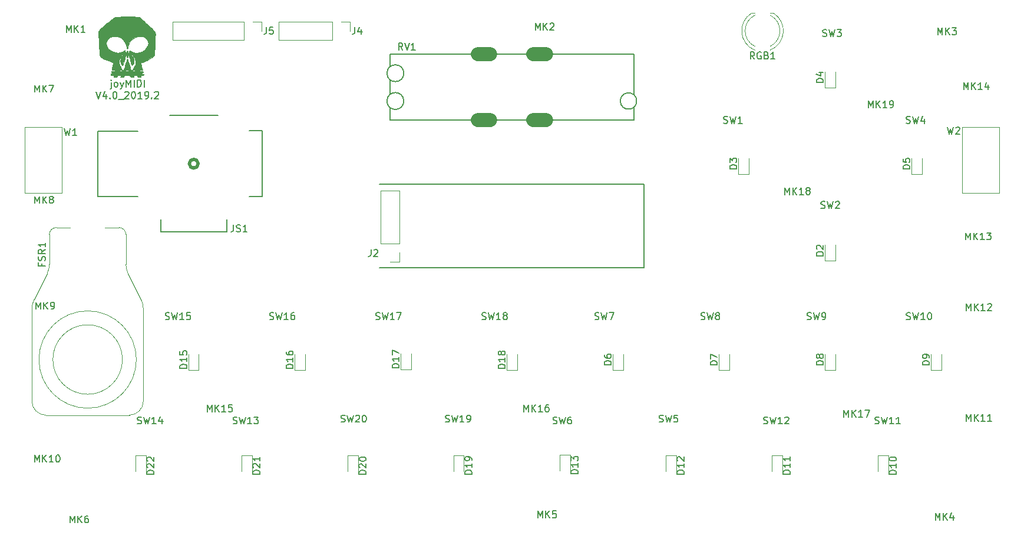
<source format=gto>
G04 #@! TF.GenerationSoftware,KiCad,Pcbnew,(5.0.0)*
G04 #@! TF.CreationDate,2019-02-03T00:45:11+08:00*
G04 #@! TF.ProjectId,joyMIDI,6A6F794D4944492E6B696361645F7063,rev?*
G04 #@! TF.SameCoordinates,Original*
G04 #@! TF.FileFunction,Legend,Top*
G04 #@! TF.FilePolarity,Positive*
%FSLAX46Y46*%
G04 Gerber Fmt 4.6, Leading zero omitted, Abs format (unit mm)*
G04 Created by KiCad (PCBNEW (5.0.0)) date 02/03/19 00:45:11*
%MOMM*%
%LPD*%
G01*
G04 APERTURE LIST*
%ADD10C,0.200000*%
%ADD11C,2.000000*%
%ADD12C,0.120000*%
%ADD13C,0.100000*%
%ADD14C,0.500000*%
%ADD15C,0.010000*%
%ADD16C,0.150000*%
G04 APERTURE END LIST*
D10*
X129501100Y-104503600D02*
X167501100Y-104503600D01*
X167501100Y-104503600D02*
X167501100Y-92503600D01*
X167501100Y-92503600D02*
X129501100Y-92503600D01*
X90919047Y-77785714D02*
X90919047Y-78642857D01*
X90871428Y-78738095D01*
X90776190Y-78785714D01*
X90728571Y-78785714D01*
X90919047Y-77452380D02*
X90871428Y-77500000D01*
X90919047Y-77547619D01*
X90966666Y-77500000D01*
X90919047Y-77452380D01*
X90919047Y-77547619D01*
X91538095Y-78452380D02*
X91442857Y-78404761D01*
X91395238Y-78357142D01*
X91347619Y-78261904D01*
X91347619Y-77976190D01*
X91395238Y-77880952D01*
X91442857Y-77833333D01*
X91538095Y-77785714D01*
X91680952Y-77785714D01*
X91776190Y-77833333D01*
X91823809Y-77880952D01*
X91871428Y-77976190D01*
X91871428Y-78261904D01*
X91823809Y-78357142D01*
X91776190Y-78404761D01*
X91680952Y-78452380D01*
X91538095Y-78452380D01*
X92204761Y-77785714D02*
X92442857Y-78452380D01*
X92680952Y-77785714D02*
X92442857Y-78452380D01*
X92347619Y-78690476D01*
X92300000Y-78738095D01*
X92204761Y-78785714D01*
X93061904Y-78452380D02*
X93061904Y-77452380D01*
X93395238Y-78166666D01*
X93728571Y-77452380D01*
X93728571Y-78452380D01*
X94204761Y-78452380D02*
X94204761Y-77452380D01*
X94680952Y-78452380D02*
X94680952Y-77452380D01*
X94919047Y-77452380D01*
X95061904Y-77500000D01*
X95157142Y-77595238D01*
X95204761Y-77690476D01*
X95252380Y-77880952D01*
X95252380Y-78023809D01*
X95204761Y-78214285D01*
X95157142Y-78309523D01*
X95061904Y-78404761D01*
X94919047Y-78452380D01*
X94680952Y-78452380D01*
X95680952Y-78452380D02*
X95680952Y-77452380D01*
X88776190Y-79152380D02*
X89109523Y-80152380D01*
X89442857Y-79152380D01*
X90204761Y-79485714D02*
X90204761Y-80152380D01*
X89966666Y-79104761D02*
X89728571Y-79819047D01*
X90347619Y-79819047D01*
X90728571Y-80057142D02*
X90776190Y-80104761D01*
X90728571Y-80152380D01*
X90680952Y-80104761D01*
X90728571Y-80057142D01*
X90728571Y-80152380D01*
X91395238Y-79152380D02*
X91490476Y-79152380D01*
X91585714Y-79200000D01*
X91633333Y-79247619D01*
X91680952Y-79342857D01*
X91728571Y-79533333D01*
X91728571Y-79771428D01*
X91680952Y-79961904D01*
X91633333Y-80057142D01*
X91585714Y-80104761D01*
X91490476Y-80152380D01*
X91395238Y-80152380D01*
X91300000Y-80104761D01*
X91252380Y-80057142D01*
X91204761Y-79961904D01*
X91157142Y-79771428D01*
X91157142Y-79533333D01*
X91204761Y-79342857D01*
X91252380Y-79247619D01*
X91300000Y-79200000D01*
X91395238Y-79152380D01*
X91919047Y-80247619D02*
X92680952Y-80247619D01*
X92871428Y-79247619D02*
X92919047Y-79200000D01*
X93014285Y-79152380D01*
X93252380Y-79152380D01*
X93347619Y-79200000D01*
X93395238Y-79247619D01*
X93442857Y-79342857D01*
X93442857Y-79438095D01*
X93395238Y-79580952D01*
X92823809Y-80152380D01*
X93442857Y-80152380D01*
X94061904Y-79152380D02*
X94157142Y-79152380D01*
X94252380Y-79200000D01*
X94300000Y-79247619D01*
X94347619Y-79342857D01*
X94395238Y-79533333D01*
X94395238Y-79771428D01*
X94347619Y-79961904D01*
X94300000Y-80057142D01*
X94252380Y-80104761D01*
X94157142Y-80152380D01*
X94061904Y-80152380D01*
X93966666Y-80104761D01*
X93919047Y-80057142D01*
X93871428Y-79961904D01*
X93823809Y-79771428D01*
X93823809Y-79533333D01*
X93871428Y-79342857D01*
X93919047Y-79247619D01*
X93966666Y-79200000D01*
X94061904Y-79152380D01*
X95347619Y-80152380D02*
X94776190Y-80152380D01*
X95061904Y-80152380D02*
X95061904Y-79152380D01*
X94966666Y-79295238D01*
X94871428Y-79390476D01*
X94776190Y-79438095D01*
X95823809Y-80152380D02*
X96014285Y-80152380D01*
X96109523Y-80104761D01*
X96157142Y-80057142D01*
X96252380Y-79914285D01*
X96300000Y-79723809D01*
X96300000Y-79342857D01*
X96252380Y-79247619D01*
X96204761Y-79200000D01*
X96109523Y-79152380D01*
X95919047Y-79152380D01*
X95823809Y-79200000D01*
X95776190Y-79247619D01*
X95728571Y-79342857D01*
X95728571Y-79580952D01*
X95776190Y-79676190D01*
X95823809Y-79723809D01*
X95919047Y-79771428D01*
X96109523Y-79771428D01*
X96204761Y-79723809D01*
X96252380Y-79676190D01*
X96300000Y-79580952D01*
X96728571Y-80057142D02*
X96776190Y-80104761D01*
X96728571Y-80152380D01*
X96680952Y-80104761D01*
X96728571Y-80057142D01*
X96728571Y-80152380D01*
X97157142Y-79247619D02*
X97204761Y-79200000D01*
X97300000Y-79152380D01*
X97538095Y-79152380D01*
X97633333Y-79200000D01*
X97680952Y-79247619D01*
X97728571Y-79342857D01*
X97728571Y-79438095D01*
X97680952Y-79580952D01*
X97109523Y-80152380D01*
X97728571Y-80152380D01*
G04 #@! TO.C,RV1*
X131000000Y-83250000D02*
X166000000Y-83250000D01*
X166000000Y-73750000D02*
X131000000Y-73750000D01*
X131000000Y-73750000D02*
X131000000Y-75500000D01*
X131000000Y-77500000D02*
X131000000Y-79500000D01*
X131000000Y-83250000D02*
X131000000Y-81500000D01*
X166000000Y-83250000D02*
X166000000Y-81500000D01*
X166000000Y-73750000D02*
X166000000Y-79500000D01*
X132959339Y-76500000D02*
G75*
G03X132959339Y-76500000I-1209339J0D01*
G01*
X132959339Y-80500000D02*
G75*
G03X132959339Y-80500000I-1209339J0D01*
G01*
X166421537Y-80500000D02*
G75*
G03X166421537Y-80500000I-1171537J0D01*
G01*
D11*
X143600000Y-83250000D02*
X145400000Y-83250000D01*
X153400000Y-83250000D02*
X151600000Y-83250000D01*
X143600000Y-73750000D02*
X145400000Y-73750000D01*
X153400000Y-73750000D02*
X151600000Y-73750000D01*
D12*
G04 #@! TO.C,FSR1*
X94530000Y-117700000D02*
G75*
G03X94530000Y-117700000I-7000000J0D01*
G01*
D13*
X93347537Y-105335073D02*
G75*
G02X93030000Y-103991796I2682463J1343277D01*
G01*
X82030000Y-99700000D02*
G75*
G02X83030000Y-98700000I1000000J0D01*
G01*
X92030000Y-98700000D02*
G75*
G02X93030000Y-99700000I0J-1000000D01*
G01*
X95530000Y-123700000D02*
G75*
G02X93530000Y-125700000I-2000000J0D01*
G01*
X81530000Y-125700000D02*
X93530000Y-125700000D01*
X82029999Y-103989966D02*
G75*
G02X81713282Y-105333437I-2999999J-1830D01*
G01*
X85030000Y-98700000D02*
X83030000Y-98700000D01*
X79530000Y-110408204D02*
X79530000Y-123700000D01*
X79530001Y-110410034D02*
G75*
G02X79846718Y-109066563I2999999J1830D01*
G01*
X93030000Y-103991796D02*
X93030000Y-99700000D01*
X82030000Y-99700000D02*
X82030000Y-103991796D01*
X95530000Y-123700000D02*
X95530000Y-110408204D01*
X81530000Y-125700000D02*
G75*
G02X79530000Y-123700000I0J2000000D01*
G01*
X95212463Y-109064927D02*
G75*
G02X95530000Y-110408204I-2682463J-1343277D01*
G01*
D12*
X92530000Y-117700000D02*
G75*
G03X92530000Y-117700000I-5000000J0D01*
G01*
D13*
X95213282Y-109066563D02*
X93346718Y-105333437D01*
X81713282Y-105333437D02*
X79846718Y-109066563D01*
X92030000Y-98700000D02*
X90030000Y-98700000D01*
D12*
G04 #@! TO.C,J2*
X132330000Y-93360000D02*
X129670000Y-93360000D01*
X132330000Y-101040000D02*
X132330000Y-93360000D01*
X129670000Y-101040000D02*
X129670000Y-93360000D01*
X132330000Y-101040000D02*
X129670000Y-101040000D01*
X132330000Y-102310000D02*
X132330000Y-103640000D01*
X132330000Y-103640000D02*
X131000000Y-103640000D01*
G04 #@! TO.C,J5*
X112560000Y-69095000D02*
X112560000Y-70425000D01*
X111230000Y-69095000D02*
X112560000Y-69095000D01*
X109960000Y-69095000D02*
X109960000Y-71755000D01*
X109960000Y-71755000D02*
X99740000Y-71755000D01*
X109960000Y-69095000D02*
X99740000Y-69095000D01*
X99740000Y-69095000D02*
X99740000Y-71755000D01*
D10*
G04 #@! TO.C,JS1*
X99280000Y-82520000D02*
X106280000Y-82520000D01*
X110780000Y-84770000D02*
X112580000Y-84770000D01*
X110780000Y-94270000D02*
X112580000Y-94270000D01*
X107530000Y-99320000D02*
X107530000Y-97520000D01*
X98030000Y-99320000D02*
X98030000Y-97520000D01*
X112580000Y-94270000D02*
X112580000Y-84770000D01*
X98030000Y-99320000D02*
X107530000Y-99320000D01*
X88980000Y-84820000D02*
X88980000Y-94220000D01*
X88980000Y-84820000D02*
X94780000Y-84820000D01*
X88980000Y-94220000D02*
X94780000Y-94220000D01*
D14*
X103415000Y-89520000D02*
G75*
G03X103415000Y-89520000I-635000J0D01*
G01*
D12*
G04 #@! TO.C,RGB1*
X185590827Y-73182815D02*
G75*
G03X186054830Y-67835000I-1080827J2787815D01*
G01*
X183429173Y-73182815D02*
G75*
G02X182965170Y-67835000I1080827J2787815D01*
G01*
X185590429Y-72649479D02*
G75*
G03X185590000Y-68140316I-1080429J2254479D01*
G01*
X183429571Y-72649479D02*
G75*
G02X183430000Y-68140316I1080429J2254479D01*
G01*
X186055000Y-67835000D02*
X185590000Y-67835000D01*
X183430000Y-67835000D02*
X182965000Y-67835000D01*
G04 #@! TO.C,W1*
X78500000Y-93750000D02*
X83800000Y-93750000D01*
X78500000Y-84250000D02*
X83800000Y-84250000D01*
X78500000Y-93750000D02*
X78500000Y-84250000D01*
X83800000Y-93750000D02*
X83800000Y-84250000D01*
G04 #@! TO.C,W2*
X218500000Y-84250000D02*
X213200000Y-84250000D01*
X218500000Y-93750000D02*
X213200000Y-93750000D01*
X218500000Y-84250000D02*
X218500000Y-93750000D01*
X213200000Y-84250000D02*
X213200000Y-93750000D01*
G04 #@! TO.C,D2*
X194960000Y-103510000D02*
X194960000Y-101225000D01*
X193490000Y-103510000D02*
X194960000Y-103510000D01*
X193490000Y-101225000D02*
X193490000Y-103510000D01*
G04 #@! TO.C,D3*
X182510000Y-90985000D02*
X182510000Y-88700000D01*
X181040000Y-90985000D02*
X182510000Y-90985000D01*
X181040000Y-88700000D02*
X181040000Y-90985000D01*
G04 #@! TO.C,D4*
X193490000Y-76300000D02*
X193490000Y-78585000D01*
X193490000Y-78585000D02*
X194960000Y-78585000D01*
X194960000Y-78585000D02*
X194960000Y-76300000D01*
G04 #@! TO.C,D5*
X205940000Y-88725000D02*
X205940000Y-91010000D01*
X205940000Y-91010000D02*
X207410000Y-91010000D01*
X207410000Y-91010000D02*
X207410000Y-88725000D01*
G04 #@! TO.C,D6*
X164475000Y-119185000D02*
X164475000Y-116900000D01*
X163005000Y-119185000D02*
X164475000Y-119185000D01*
X163005000Y-116900000D02*
X163005000Y-119185000D01*
G04 #@! TO.C,D7*
X178245000Y-116940000D02*
X178245000Y-119225000D01*
X178245000Y-119225000D02*
X179715000Y-119225000D01*
X179715000Y-119225000D02*
X179715000Y-116940000D01*
G04 #@! TO.C,D8*
X193485000Y-116910000D02*
X193485000Y-119195000D01*
X193485000Y-119195000D02*
X194955000Y-119195000D01*
X194955000Y-119195000D02*
X194955000Y-116910000D01*
G04 #@! TO.C,D9*
X210195000Y-119205000D02*
X210195000Y-116920000D01*
X208725000Y-119205000D02*
X210195000Y-119205000D01*
X208725000Y-116920000D02*
X208725000Y-119205000D01*
G04 #@! TO.C,D10*
X202575000Y-133770000D02*
X202575000Y-131485000D01*
X202575000Y-131485000D02*
X201105000Y-131485000D01*
X201105000Y-131485000D02*
X201105000Y-133770000D01*
G04 #@! TO.C,D11*
X187335000Y-133760000D02*
X187335000Y-131475000D01*
X187335000Y-131475000D02*
X185865000Y-131475000D01*
X185865000Y-131475000D02*
X185865000Y-133760000D01*
G04 #@! TO.C,D12*
X172095000Y-133760000D02*
X172095000Y-131475000D01*
X172095000Y-131475000D02*
X170625000Y-131475000D01*
X170625000Y-131475000D02*
X170625000Y-133760000D01*
G04 #@! TO.C,D13*
X156860000Y-133700000D02*
X156860000Y-131415000D01*
X156860000Y-131415000D02*
X155390000Y-131415000D01*
X155390000Y-131415000D02*
X155390000Y-133700000D01*
G04 #@! TO.C,D15*
X102040000Y-116925000D02*
X102040000Y-119210000D01*
X102040000Y-119210000D02*
X103510000Y-119210000D01*
X103510000Y-119210000D02*
X103510000Y-116925000D01*
G04 #@! TO.C,D16*
X117290000Y-116950000D02*
X117290000Y-119235000D01*
X117290000Y-119235000D02*
X118760000Y-119235000D01*
X118760000Y-119235000D02*
X118760000Y-116950000D01*
G04 #@! TO.C,D17*
X134010000Y-119160000D02*
X134010000Y-116875000D01*
X132540000Y-119160000D02*
X134010000Y-119160000D01*
X132540000Y-116875000D02*
X132540000Y-119160000D01*
G04 #@! TO.C,D18*
X147765000Y-116950000D02*
X147765000Y-119235000D01*
X147765000Y-119235000D02*
X149235000Y-119235000D01*
X149235000Y-119235000D02*
X149235000Y-116950000D01*
G04 #@! TO.C,D19*
X140140000Y-131465000D02*
X140140000Y-133750000D01*
X141610000Y-131465000D02*
X140140000Y-131465000D01*
X141610000Y-133750000D02*
X141610000Y-131465000D01*
G04 #@! TO.C,D20*
X124915000Y-131515000D02*
X124915000Y-133800000D01*
X126385000Y-131515000D02*
X124915000Y-131515000D01*
X126385000Y-133800000D02*
X126385000Y-131515000D01*
G04 #@! TO.C,D21*
X111135000Y-133775000D02*
X111135000Y-131490000D01*
X111135000Y-131490000D02*
X109665000Y-131490000D01*
X109665000Y-131490000D02*
X109665000Y-133775000D01*
G04 #@! TO.C,D22*
X94440000Y-131515000D02*
X94440000Y-133800000D01*
X95910000Y-131515000D02*
X94440000Y-131515000D01*
X95910000Y-133800000D02*
X95910000Y-131515000D01*
G04 #@! TO.C,J4*
X114975000Y-69095000D02*
X114975000Y-71755000D01*
X122655000Y-69095000D02*
X114975000Y-69095000D01*
X122655000Y-71755000D02*
X114975000Y-71755000D01*
X122655000Y-69095000D02*
X122655000Y-71755000D01*
X123925000Y-69095000D02*
X125255000Y-69095000D01*
X125255000Y-69095000D02*
X125255000Y-70425000D01*
D15*
G04 #@! TO.C,G\002A\002A\002A*
G36*
X93603846Y-68373465D02*
X93937478Y-68373942D01*
X94207813Y-68375171D01*
X94422279Y-68377504D01*
X94588305Y-68381295D01*
X94713318Y-68386898D01*
X94804747Y-68394666D01*
X94870021Y-68404954D01*
X94916568Y-68418115D01*
X94951816Y-68434503D01*
X94983194Y-68454471D01*
X94989198Y-68458607D01*
X95107467Y-68547915D01*
X95264029Y-68677392D01*
X95450871Y-68839430D01*
X95659977Y-69026418D01*
X95883336Y-69230747D01*
X96112932Y-69444806D01*
X96340753Y-69660986D01*
X96558784Y-69871678D01*
X96759012Y-70069270D01*
X96933423Y-70246153D01*
X97074003Y-70394718D01*
X97172739Y-70507354D01*
X97221616Y-70576452D01*
X97223184Y-70579999D01*
X97235068Y-70625026D01*
X97243174Y-70696971D01*
X97247401Y-70802717D01*
X97247648Y-70949150D01*
X97243812Y-71143154D01*
X97235792Y-71391614D01*
X97223487Y-71701415D01*
X97206795Y-72079442D01*
X97198390Y-72261538D01*
X97181845Y-72606930D01*
X97165483Y-72930668D01*
X97149818Y-73223800D01*
X97135368Y-73477369D01*
X97122649Y-73682422D01*
X97112176Y-73830004D01*
X97104465Y-73911161D01*
X97102760Y-73921246D01*
X97065099Y-74011863D01*
X96990954Y-74102809D01*
X96873587Y-74198513D01*
X96706256Y-74303401D01*
X96482222Y-74421904D01*
X96194744Y-74558448D01*
X95998828Y-74646528D01*
X95770601Y-74748219D01*
X95566451Y-74840375D01*
X95397261Y-74917984D01*
X95273918Y-74976035D01*
X95207308Y-75009516D01*
X95199284Y-75014615D01*
X95195999Y-75060868D01*
X95208272Y-75168367D01*
X95233862Y-75322258D01*
X95270529Y-75507687D01*
X95281074Y-75556823D01*
X95393272Y-76071538D01*
X95184482Y-76071538D01*
X95062449Y-76075134D01*
X94999687Y-76090597D01*
X94977462Y-76124938D01*
X94975692Y-76149692D01*
X94983608Y-76191988D01*
X95018870Y-76215568D01*
X95098747Y-76225748D01*
X95229692Y-76227846D01*
X95366231Y-76229559D01*
X95442282Y-76239225D01*
X95475501Y-76263636D01*
X95483545Y-76309583D01*
X95483692Y-76325538D01*
X95478211Y-76381211D01*
X95449096Y-76410364D01*
X95377343Y-76421524D01*
X95265903Y-76423230D01*
X95141149Y-76426615D01*
X95077764Y-76440472D01*
X95059118Y-76470353D01*
X95061100Y-76491615D01*
X95085049Y-76531458D01*
X95149211Y-76557341D01*
X95269745Y-76574592D01*
X95327735Y-76579538D01*
X95464272Y-76592142D01*
X95540333Y-76608773D01*
X95573489Y-76637551D01*
X95581310Y-76686597D01*
X95581384Y-76696769D01*
X95575400Y-76752294D01*
X95544965Y-76783109D01*
X95471356Y-76798382D01*
X95358051Y-76806140D01*
X95134717Y-76817819D01*
X95157781Y-76933140D01*
X95180846Y-77048461D01*
X94946384Y-77048461D01*
X94816053Y-77046467D01*
X94743554Y-77034327D01*
X94708573Y-77002808D01*
X94690793Y-76942674D01*
X94688476Y-76931230D01*
X94672701Y-76868781D01*
X94644153Y-76833716D01*
X94583734Y-76818133D01*
X94472347Y-76814129D01*
X94405169Y-76814000D01*
X94145307Y-76814000D01*
X94169123Y-76933079D01*
X94192939Y-77052159D01*
X93950931Y-77040541D01*
X93816746Y-77031309D01*
X93740866Y-77014473D01*
X93703441Y-76981843D01*
X93686007Y-76931230D01*
X93673738Y-76889274D01*
X93651041Y-76861468D01*
X93603899Y-76844902D01*
X93518290Y-76836665D01*
X93380195Y-76833847D01*
X93215468Y-76833538D01*
X92767846Y-76833538D01*
X92755481Y-76941000D01*
X92744727Y-76999237D01*
X92716935Y-77031395D01*
X92653312Y-77045207D01*
X92535067Y-77048411D01*
X92494439Y-77048461D01*
X92245763Y-77048461D01*
X92279384Y-76931230D01*
X92313005Y-76814000D01*
X92045300Y-76814000D01*
X91904000Y-76815391D01*
X91821937Y-76824602D01*
X91780194Y-76849191D01*
X91759855Y-76896714D01*
X91751846Y-76931230D01*
X91733586Y-76996024D01*
X91701531Y-77031068D01*
X91635268Y-77045497D01*
X91514383Y-77048445D01*
X91489856Y-77048461D01*
X91253615Y-77048461D01*
X91277061Y-76931230D01*
X91300507Y-76814000D01*
X91086561Y-76814000D01*
X90964046Y-76812006D01*
X90900403Y-76798981D01*
X90876353Y-76764362D01*
X90872615Y-76697583D01*
X90872615Y-76579538D01*
X91126615Y-76579538D01*
X91264076Y-76577102D01*
X91340713Y-76566252D01*
X91373797Y-76541675D01*
X91378961Y-76511154D01*
X91856846Y-76511154D01*
X91859352Y-76548079D01*
X91895114Y-76568828D01*
X91979909Y-76577825D01*
X92100673Y-76579538D01*
X92230858Y-76577269D01*
X92323275Y-76571325D01*
X92357538Y-76563196D01*
X92364494Y-76537000D01*
X92849420Y-76537000D01*
X92866498Y-76559753D01*
X92918908Y-76572511D01*
X93020110Y-76578145D01*
X93183563Y-76579521D01*
X93220889Y-76579538D01*
X93384092Y-76578005D01*
X93513308Y-76573875D01*
X93591915Y-76567849D01*
X93608000Y-76563196D01*
X93597231Y-76498515D01*
X93588970Y-76490185D01*
X94062874Y-76490185D01*
X94065600Y-76501384D01*
X94086850Y-76544452D01*
X94134633Y-76568170D01*
X94227806Y-76577997D01*
X94335480Y-76579538D01*
X94471443Y-76577014D01*
X94546724Y-76565807D01*
X94578731Y-76540463D01*
X94584923Y-76501384D01*
X94577449Y-76460092D01*
X94543820Y-76436550D01*
X94467223Y-76425889D01*
X94330846Y-76423242D01*
X94315042Y-76423230D01*
X94173702Y-76424978D01*
X94094933Y-76433469D01*
X94063177Y-76453580D01*
X94062874Y-76490185D01*
X93588970Y-76490185D01*
X93556055Y-76456998D01*
X93471168Y-76433876D01*
X93329266Y-76424377D01*
X93217607Y-76423230D01*
X93051680Y-76424866D01*
X92947896Y-76432065D01*
X92890271Y-76448263D01*
X92862823Y-76476900D01*
X92854215Y-76501384D01*
X92849420Y-76537000D01*
X92364494Y-76537000D01*
X92369716Y-76517340D01*
X92381985Y-76483144D01*
X92385814Y-76449850D01*
X92355177Y-76432208D01*
X92275430Y-76427092D01*
X92138159Y-76431102D01*
X91991183Y-76441073D01*
X91905889Y-76458159D01*
X91865841Y-76487039D01*
X91856846Y-76511154D01*
X91378961Y-76511154D01*
X91380615Y-76501384D01*
X91371286Y-76456219D01*
X91330953Y-76432691D01*
X91241093Y-76424064D01*
X91165692Y-76423230D01*
X91042601Y-76420694D01*
X90978508Y-76407291D01*
X90954290Y-76374328D01*
X90950769Y-76325538D01*
X90955223Y-76273023D01*
X90980355Y-76243773D01*
X91043824Y-76230996D01*
X91163284Y-76227902D01*
X91204769Y-76227846D01*
X91342229Y-76225410D01*
X91418867Y-76214560D01*
X91451951Y-76189983D01*
X91456801Y-76161320D01*
X91934642Y-76161320D01*
X91935404Y-76198183D01*
X91966016Y-76217861D01*
X92042265Y-76224007D01*
X92179936Y-76220277D01*
X92187834Y-76219935D01*
X92333623Y-76210112D01*
X92418082Y-76193249D01*
X92458002Y-76164435D01*
X92463490Y-76149692D01*
X92943692Y-76149692D01*
X92950694Y-76189852D01*
X92982562Y-76213315D01*
X93055583Y-76224481D01*
X93186048Y-76227747D01*
X93233110Y-76227846D01*
X93380716Y-76226308D01*
X93465336Y-76218758D01*
X93502122Y-76200795D01*
X93506227Y-76168015D01*
X93502091Y-76149692D01*
X93491130Y-76126949D01*
X93978360Y-76126949D01*
X93984070Y-76167751D01*
X94018923Y-76202679D01*
X94099742Y-76221601D01*
X94241596Y-76227799D01*
X94259815Y-76227846D01*
X94396643Y-76225231D01*
X94471274Y-76214368D01*
X94499575Y-76190730D01*
X94499499Y-76159461D01*
X94472755Y-76116575D01*
X94401602Y-76091703D01*
X94276599Y-76079088D01*
X94111938Y-76075876D01*
X94015351Y-76090973D01*
X93978360Y-76126949D01*
X93491130Y-76126949D01*
X93481978Y-76107961D01*
X93436941Y-76084295D01*
X93348831Y-76073790D01*
X93212673Y-76071538D01*
X93070369Y-76073716D01*
X92989335Y-76083513D01*
X92952732Y-76105820D01*
X92943725Y-76145529D01*
X92943692Y-76149692D01*
X92463490Y-76149692D01*
X92467819Y-76138064D01*
X92467057Y-76101201D01*
X92436444Y-76081523D01*
X92360195Y-76075377D01*
X92222524Y-76079107D01*
X92214627Y-76079448D01*
X92068837Y-76089272D01*
X91984379Y-76106135D01*
X91944459Y-76134949D01*
X91934642Y-76161320D01*
X91456801Y-76161320D01*
X91458769Y-76149692D01*
X91450214Y-76106041D01*
X91412633Y-76082455D01*
X91328155Y-76072975D01*
X91224307Y-76071538D01*
X91100785Y-76067103D01*
X91016108Y-76055574D01*
X90990553Y-76042230D01*
X90998816Y-75995035D01*
X91020907Y-75886839D01*
X91053623Y-75732916D01*
X91093760Y-75548541D01*
X91100983Y-75515753D01*
X91210706Y-75018583D01*
X90898604Y-74881135D01*
X92064461Y-74881135D01*
X92065593Y-75033018D01*
X92072934Y-75147788D01*
X92092400Y-75247044D01*
X92129906Y-75352379D01*
X92191370Y-75485392D01*
X92276648Y-75655692D01*
X92367240Y-75832780D01*
X92432443Y-75951021D01*
X92481300Y-76021730D01*
X92522849Y-76056221D01*
X92566133Y-76065807D01*
X92602688Y-76063720D01*
X92647130Y-76056417D01*
X92682552Y-76037374D01*
X92714471Y-75995201D01*
X92748403Y-75918510D01*
X92789865Y-75795911D01*
X92844374Y-75616017D01*
X92882836Y-75485384D01*
X92974849Y-75172640D01*
X93047706Y-74927185D01*
X93103914Y-74741216D01*
X93145976Y-74606928D01*
X93176395Y-74516518D01*
X93197677Y-74462183D01*
X93212325Y-74436118D01*
X93221383Y-74430362D01*
X93239590Y-74466070D01*
X93275933Y-74565916D01*
X93326958Y-74718924D01*
X93389209Y-74914118D01*
X93459234Y-75140524D01*
X93533577Y-75387165D01*
X93608785Y-75643066D01*
X93667187Y-75846846D01*
X93706078Y-75972542D01*
X93741045Y-76039988D01*
X93786019Y-76067018D01*
X93842702Y-76071538D01*
X93893967Y-76065968D01*
X93938781Y-76041380D01*
X93986571Y-75985957D01*
X94046767Y-75887881D01*
X94128796Y-75735336D01*
X94162280Y-75671000D01*
X94369930Y-75270461D01*
X94369965Y-74879692D01*
X94367857Y-74692353D01*
X94358442Y-74558585D01*
X94337139Y-74453854D01*
X94299367Y-74353624D01*
X94254378Y-74260515D01*
X94188429Y-74152284D01*
X94097859Y-74031665D01*
X93995626Y-73912479D01*
X93894687Y-73808550D01*
X93808000Y-73733698D01*
X93748523Y-73701746D01*
X93733858Y-73705269D01*
X93746704Y-73742349D01*
X93800570Y-73816959D01*
X93854827Y-73880437D01*
X94008653Y-74070650D01*
X94105921Y-74248679D01*
X94157329Y-74442146D01*
X94173574Y-74678677D01*
X94173677Y-74703846D01*
X94169089Y-74890278D01*
X94152358Y-75024538D01*
X94119032Y-75132231D01*
X94087887Y-75197257D01*
X94014224Y-75310679D01*
X93943610Y-75377460D01*
X93887851Y-75389169D01*
X93863193Y-75357725D01*
X93846612Y-75301103D01*
X93814564Y-75188112D01*
X93772406Y-75037715D01*
X93744734Y-74938307D01*
X93684050Y-74725073D01*
X93612116Y-74480202D01*
X93541559Y-74246472D01*
X93519866Y-74176307D01*
X93398069Y-73785538D01*
X93315178Y-74057757D01*
X93272695Y-74183606D01*
X93236096Y-74267662D01*
X93212302Y-74294495D01*
X93210006Y-74292218D01*
X93187966Y-74236826D01*
X93153144Y-74130912D01*
X93119727Y-74020000D01*
X93095809Y-73936138D01*
X93076227Y-73876380D01*
X93057637Y-73847076D01*
X93036693Y-73854576D01*
X93010050Y-73905229D01*
X92974362Y-74005386D01*
X92926285Y-74161398D01*
X92862473Y-74379613D01*
X92780047Y-74664769D01*
X92715203Y-74885034D01*
X92655893Y-75079515D01*
X92606122Y-75235630D01*
X92569892Y-75340797D01*
X92551879Y-75381830D01*
X92504346Y-75387793D01*
X92442748Y-75333352D01*
X92377239Y-75232415D01*
X92317970Y-75098884D01*
X92295832Y-75031152D01*
X92248039Y-74735318D01*
X92276462Y-74448694D01*
X92379168Y-74179487D01*
X92553402Y-73936800D01*
X92650275Y-73828484D01*
X92697693Y-73764549D01*
X92701627Y-73734273D01*
X92670266Y-73726923D01*
X92599075Y-73758123D01*
X92502877Y-73841137D01*
X92395722Y-73960086D01*
X92291662Y-74099089D01*
X92204747Y-74242268D01*
X92191839Y-74267600D01*
X92129259Y-74402420D01*
X92091272Y-74513863D01*
X92071869Y-74630876D01*
X92065039Y-74782410D01*
X92064461Y-74881135D01*
X90898604Y-74881135D01*
X90484814Y-74698905D01*
X90253946Y-74595938D01*
X90038878Y-74497618D01*
X89853213Y-74410350D01*
X89710550Y-74340538D01*
X89624492Y-74294586D01*
X89618914Y-74291168D01*
X89451884Y-74159850D01*
X89326659Y-74008697D01*
X89258588Y-73856968D01*
X89253917Y-73833234D01*
X89247984Y-73767214D01*
X89239397Y-73632275D01*
X89228619Y-73437589D01*
X89216114Y-73192329D01*
X89202344Y-72905666D01*
X89187773Y-72586773D01*
X89172864Y-72244824D01*
X89170626Y-72191898D01*
X90208689Y-72191898D01*
X90247455Y-72469428D01*
X90360342Y-72733789D01*
X90543663Y-72979166D01*
X90793734Y-73199746D01*
X90889335Y-73265495D01*
X91217236Y-73438051D01*
X91551772Y-73538606D01*
X91885296Y-73566942D01*
X92210160Y-73522843D01*
X92518715Y-73406091D01*
X92671078Y-73315993D01*
X92778063Y-73245126D01*
X92855606Y-73195885D01*
X92884794Y-73179846D01*
X92898855Y-73214742D01*
X92925483Y-73306888D01*
X92959297Y-73437467D01*
X92964450Y-73458363D01*
X93002762Y-73601183D01*
X93033691Y-73670638D01*
X93062995Y-73665918D01*
X93096434Y-73586214D01*
X93138957Y-73433846D01*
X93172642Y-73316682D01*
X93202903Y-73232308D01*
X93215400Y-73208929D01*
X93236520Y-73229090D01*
X93269198Y-73309183D01*
X93307098Y-73433059D01*
X93315076Y-73462929D01*
X93389026Y-73746461D01*
X93459938Y-73512000D01*
X93500221Y-73380389D01*
X93533150Y-73275610D01*
X93549113Y-73227512D01*
X93584502Y-73214169D01*
X93666914Y-73250625D01*
X93768380Y-73315752D01*
X94061767Y-73471969D01*
X94377182Y-73556137D01*
X94705143Y-73567727D01*
X95036169Y-73506213D01*
X95302542Y-73401198D01*
X95614657Y-73217356D01*
X95868517Y-73005842D01*
X96060135Y-72772691D01*
X96185526Y-72523937D01*
X96240703Y-72265614D01*
X96222651Y-72008229D01*
X96129447Y-71753611D01*
X95971173Y-71530065D01*
X95759344Y-71353093D01*
X95717113Y-71327775D01*
X95618393Y-71274310D01*
X95534102Y-71239398D01*
X95443252Y-71219102D01*
X95324854Y-71209484D01*
X95157917Y-71206607D01*
X95070438Y-71206461D01*
X94879804Y-71207408D01*
X94743103Y-71213747D01*
X94636113Y-71230724D01*
X94534613Y-71263584D01*
X94414382Y-71317573D01*
X94301604Y-71372977D01*
X94043621Y-71523309D01*
X93831266Y-71700782D01*
X93656321Y-71916604D01*
X93510564Y-72181985D01*
X93385779Y-72508133D01*
X93327655Y-72701154D01*
X93284479Y-72846589D01*
X93246803Y-72957923D01*
X93220682Y-73017843D01*
X93214887Y-73023538D01*
X93195943Y-72988454D01*
X93166125Y-72895572D01*
X93131243Y-72763445D01*
X93124145Y-72733832D01*
X93042864Y-72461385D01*
X92932029Y-72191935D01*
X92803076Y-71949535D01*
X92667438Y-71758235D01*
X92651917Y-71740587D01*
X92389777Y-71507364D01*
X92083540Y-71333988D01*
X91744829Y-71225501D01*
X91385267Y-71186947D01*
X91375963Y-71186923D01*
X91069454Y-71210393D01*
X90815387Y-71283578D01*
X90602700Y-71410636D01*
X90482512Y-71522880D01*
X90335791Y-71707030D01*
X90249335Y-71885655D01*
X90212210Y-72085465D01*
X90208689Y-72191898D01*
X89170626Y-72191898D01*
X89168613Y-72144307D01*
X89102963Y-70581230D01*
X89191064Y-70377147D01*
X89228405Y-70301133D01*
X89277571Y-70226043D01*
X89347183Y-70142926D01*
X89445859Y-70042829D01*
X89582220Y-69916800D01*
X89764887Y-69755886D01*
X89909813Y-69630684D01*
X90208378Y-69376462D01*
X90491592Y-69140231D01*
X90752238Y-68927717D01*
X90983103Y-68744647D01*
X91176969Y-68596747D01*
X91326622Y-68489743D01*
X91421294Y-68431171D01*
X91459898Y-68416755D01*
X91519423Y-68404867D01*
X91606842Y-68395280D01*
X91729132Y-68387768D01*
X91893266Y-68382104D01*
X92106218Y-68378062D01*
X92374964Y-68375415D01*
X92706479Y-68373936D01*
X93107736Y-68373399D01*
X93199488Y-68373384D01*
X93603846Y-68373465D01*
X93603846Y-68373465D01*
G37*
X93603846Y-68373465D02*
X93937478Y-68373942D01*
X94207813Y-68375171D01*
X94422279Y-68377504D01*
X94588305Y-68381295D01*
X94713318Y-68386898D01*
X94804747Y-68394666D01*
X94870021Y-68404954D01*
X94916568Y-68418115D01*
X94951816Y-68434503D01*
X94983194Y-68454471D01*
X94989198Y-68458607D01*
X95107467Y-68547915D01*
X95264029Y-68677392D01*
X95450871Y-68839430D01*
X95659977Y-69026418D01*
X95883336Y-69230747D01*
X96112932Y-69444806D01*
X96340753Y-69660986D01*
X96558784Y-69871678D01*
X96759012Y-70069270D01*
X96933423Y-70246153D01*
X97074003Y-70394718D01*
X97172739Y-70507354D01*
X97221616Y-70576452D01*
X97223184Y-70579999D01*
X97235068Y-70625026D01*
X97243174Y-70696971D01*
X97247401Y-70802717D01*
X97247648Y-70949150D01*
X97243812Y-71143154D01*
X97235792Y-71391614D01*
X97223487Y-71701415D01*
X97206795Y-72079442D01*
X97198390Y-72261538D01*
X97181845Y-72606930D01*
X97165483Y-72930668D01*
X97149818Y-73223800D01*
X97135368Y-73477369D01*
X97122649Y-73682422D01*
X97112176Y-73830004D01*
X97104465Y-73911161D01*
X97102760Y-73921246D01*
X97065099Y-74011863D01*
X96990954Y-74102809D01*
X96873587Y-74198513D01*
X96706256Y-74303401D01*
X96482222Y-74421904D01*
X96194744Y-74558448D01*
X95998828Y-74646528D01*
X95770601Y-74748219D01*
X95566451Y-74840375D01*
X95397261Y-74917984D01*
X95273918Y-74976035D01*
X95207308Y-75009516D01*
X95199284Y-75014615D01*
X95195999Y-75060868D01*
X95208272Y-75168367D01*
X95233862Y-75322258D01*
X95270529Y-75507687D01*
X95281074Y-75556823D01*
X95393272Y-76071538D01*
X95184482Y-76071538D01*
X95062449Y-76075134D01*
X94999687Y-76090597D01*
X94977462Y-76124938D01*
X94975692Y-76149692D01*
X94983608Y-76191988D01*
X95018870Y-76215568D01*
X95098747Y-76225748D01*
X95229692Y-76227846D01*
X95366231Y-76229559D01*
X95442282Y-76239225D01*
X95475501Y-76263636D01*
X95483545Y-76309583D01*
X95483692Y-76325538D01*
X95478211Y-76381211D01*
X95449096Y-76410364D01*
X95377343Y-76421524D01*
X95265903Y-76423230D01*
X95141149Y-76426615D01*
X95077764Y-76440472D01*
X95059118Y-76470353D01*
X95061100Y-76491615D01*
X95085049Y-76531458D01*
X95149211Y-76557341D01*
X95269745Y-76574592D01*
X95327735Y-76579538D01*
X95464272Y-76592142D01*
X95540333Y-76608773D01*
X95573489Y-76637551D01*
X95581310Y-76686597D01*
X95581384Y-76696769D01*
X95575400Y-76752294D01*
X95544965Y-76783109D01*
X95471356Y-76798382D01*
X95358051Y-76806140D01*
X95134717Y-76817819D01*
X95157781Y-76933140D01*
X95180846Y-77048461D01*
X94946384Y-77048461D01*
X94816053Y-77046467D01*
X94743554Y-77034327D01*
X94708573Y-77002808D01*
X94690793Y-76942674D01*
X94688476Y-76931230D01*
X94672701Y-76868781D01*
X94644153Y-76833716D01*
X94583734Y-76818133D01*
X94472347Y-76814129D01*
X94405169Y-76814000D01*
X94145307Y-76814000D01*
X94169123Y-76933079D01*
X94192939Y-77052159D01*
X93950931Y-77040541D01*
X93816746Y-77031309D01*
X93740866Y-77014473D01*
X93703441Y-76981843D01*
X93686007Y-76931230D01*
X93673738Y-76889274D01*
X93651041Y-76861468D01*
X93603899Y-76844902D01*
X93518290Y-76836665D01*
X93380195Y-76833847D01*
X93215468Y-76833538D01*
X92767846Y-76833538D01*
X92755481Y-76941000D01*
X92744727Y-76999237D01*
X92716935Y-77031395D01*
X92653312Y-77045207D01*
X92535067Y-77048411D01*
X92494439Y-77048461D01*
X92245763Y-77048461D01*
X92279384Y-76931230D01*
X92313005Y-76814000D01*
X92045300Y-76814000D01*
X91904000Y-76815391D01*
X91821937Y-76824602D01*
X91780194Y-76849191D01*
X91759855Y-76896714D01*
X91751846Y-76931230D01*
X91733586Y-76996024D01*
X91701531Y-77031068D01*
X91635268Y-77045497D01*
X91514383Y-77048445D01*
X91489856Y-77048461D01*
X91253615Y-77048461D01*
X91277061Y-76931230D01*
X91300507Y-76814000D01*
X91086561Y-76814000D01*
X90964046Y-76812006D01*
X90900403Y-76798981D01*
X90876353Y-76764362D01*
X90872615Y-76697583D01*
X90872615Y-76579538D01*
X91126615Y-76579538D01*
X91264076Y-76577102D01*
X91340713Y-76566252D01*
X91373797Y-76541675D01*
X91378961Y-76511154D01*
X91856846Y-76511154D01*
X91859352Y-76548079D01*
X91895114Y-76568828D01*
X91979909Y-76577825D01*
X92100673Y-76579538D01*
X92230858Y-76577269D01*
X92323275Y-76571325D01*
X92357538Y-76563196D01*
X92364494Y-76537000D01*
X92849420Y-76537000D01*
X92866498Y-76559753D01*
X92918908Y-76572511D01*
X93020110Y-76578145D01*
X93183563Y-76579521D01*
X93220889Y-76579538D01*
X93384092Y-76578005D01*
X93513308Y-76573875D01*
X93591915Y-76567849D01*
X93608000Y-76563196D01*
X93597231Y-76498515D01*
X93588970Y-76490185D01*
X94062874Y-76490185D01*
X94065600Y-76501384D01*
X94086850Y-76544452D01*
X94134633Y-76568170D01*
X94227806Y-76577997D01*
X94335480Y-76579538D01*
X94471443Y-76577014D01*
X94546724Y-76565807D01*
X94578731Y-76540463D01*
X94584923Y-76501384D01*
X94577449Y-76460092D01*
X94543820Y-76436550D01*
X94467223Y-76425889D01*
X94330846Y-76423242D01*
X94315042Y-76423230D01*
X94173702Y-76424978D01*
X94094933Y-76433469D01*
X94063177Y-76453580D01*
X94062874Y-76490185D01*
X93588970Y-76490185D01*
X93556055Y-76456998D01*
X93471168Y-76433876D01*
X93329266Y-76424377D01*
X93217607Y-76423230D01*
X93051680Y-76424866D01*
X92947896Y-76432065D01*
X92890271Y-76448263D01*
X92862823Y-76476900D01*
X92854215Y-76501384D01*
X92849420Y-76537000D01*
X92364494Y-76537000D01*
X92369716Y-76517340D01*
X92381985Y-76483144D01*
X92385814Y-76449850D01*
X92355177Y-76432208D01*
X92275430Y-76427092D01*
X92138159Y-76431102D01*
X91991183Y-76441073D01*
X91905889Y-76458159D01*
X91865841Y-76487039D01*
X91856846Y-76511154D01*
X91378961Y-76511154D01*
X91380615Y-76501384D01*
X91371286Y-76456219D01*
X91330953Y-76432691D01*
X91241093Y-76424064D01*
X91165692Y-76423230D01*
X91042601Y-76420694D01*
X90978508Y-76407291D01*
X90954290Y-76374328D01*
X90950769Y-76325538D01*
X90955223Y-76273023D01*
X90980355Y-76243773D01*
X91043824Y-76230996D01*
X91163284Y-76227902D01*
X91204769Y-76227846D01*
X91342229Y-76225410D01*
X91418867Y-76214560D01*
X91451951Y-76189983D01*
X91456801Y-76161320D01*
X91934642Y-76161320D01*
X91935404Y-76198183D01*
X91966016Y-76217861D01*
X92042265Y-76224007D01*
X92179936Y-76220277D01*
X92187834Y-76219935D01*
X92333623Y-76210112D01*
X92418082Y-76193249D01*
X92458002Y-76164435D01*
X92463490Y-76149692D01*
X92943692Y-76149692D01*
X92950694Y-76189852D01*
X92982562Y-76213315D01*
X93055583Y-76224481D01*
X93186048Y-76227747D01*
X93233110Y-76227846D01*
X93380716Y-76226308D01*
X93465336Y-76218758D01*
X93502122Y-76200795D01*
X93506227Y-76168015D01*
X93502091Y-76149692D01*
X93491130Y-76126949D01*
X93978360Y-76126949D01*
X93984070Y-76167751D01*
X94018923Y-76202679D01*
X94099742Y-76221601D01*
X94241596Y-76227799D01*
X94259815Y-76227846D01*
X94396643Y-76225231D01*
X94471274Y-76214368D01*
X94499575Y-76190730D01*
X94499499Y-76159461D01*
X94472755Y-76116575D01*
X94401602Y-76091703D01*
X94276599Y-76079088D01*
X94111938Y-76075876D01*
X94015351Y-76090973D01*
X93978360Y-76126949D01*
X93491130Y-76126949D01*
X93481978Y-76107961D01*
X93436941Y-76084295D01*
X93348831Y-76073790D01*
X93212673Y-76071538D01*
X93070369Y-76073716D01*
X92989335Y-76083513D01*
X92952732Y-76105820D01*
X92943725Y-76145529D01*
X92943692Y-76149692D01*
X92463490Y-76149692D01*
X92467819Y-76138064D01*
X92467057Y-76101201D01*
X92436444Y-76081523D01*
X92360195Y-76075377D01*
X92222524Y-76079107D01*
X92214627Y-76079448D01*
X92068837Y-76089272D01*
X91984379Y-76106135D01*
X91944459Y-76134949D01*
X91934642Y-76161320D01*
X91456801Y-76161320D01*
X91458769Y-76149692D01*
X91450214Y-76106041D01*
X91412633Y-76082455D01*
X91328155Y-76072975D01*
X91224307Y-76071538D01*
X91100785Y-76067103D01*
X91016108Y-76055574D01*
X90990553Y-76042230D01*
X90998816Y-75995035D01*
X91020907Y-75886839D01*
X91053623Y-75732916D01*
X91093760Y-75548541D01*
X91100983Y-75515753D01*
X91210706Y-75018583D01*
X90898604Y-74881135D01*
X92064461Y-74881135D01*
X92065593Y-75033018D01*
X92072934Y-75147788D01*
X92092400Y-75247044D01*
X92129906Y-75352379D01*
X92191370Y-75485392D01*
X92276648Y-75655692D01*
X92367240Y-75832780D01*
X92432443Y-75951021D01*
X92481300Y-76021730D01*
X92522849Y-76056221D01*
X92566133Y-76065807D01*
X92602688Y-76063720D01*
X92647130Y-76056417D01*
X92682552Y-76037374D01*
X92714471Y-75995201D01*
X92748403Y-75918510D01*
X92789865Y-75795911D01*
X92844374Y-75616017D01*
X92882836Y-75485384D01*
X92974849Y-75172640D01*
X93047706Y-74927185D01*
X93103914Y-74741216D01*
X93145976Y-74606928D01*
X93176395Y-74516518D01*
X93197677Y-74462183D01*
X93212325Y-74436118D01*
X93221383Y-74430362D01*
X93239590Y-74466070D01*
X93275933Y-74565916D01*
X93326958Y-74718924D01*
X93389209Y-74914118D01*
X93459234Y-75140524D01*
X93533577Y-75387165D01*
X93608785Y-75643066D01*
X93667187Y-75846846D01*
X93706078Y-75972542D01*
X93741045Y-76039988D01*
X93786019Y-76067018D01*
X93842702Y-76071538D01*
X93893967Y-76065968D01*
X93938781Y-76041380D01*
X93986571Y-75985957D01*
X94046767Y-75887881D01*
X94128796Y-75735336D01*
X94162280Y-75671000D01*
X94369930Y-75270461D01*
X94369965Y-74879692D01*
X94367857Y-74692353D01*
X94358442Y-74558585D01*
X94337139Y-74453854D01*
X94299367Y-74353624D01*
X94254378Y-74260515D01*
X94188429Y-74152284D01*
X94097859Y-74031665D01*
X93995626Y-73912479D01*
X93894687Y-73808550D01*
X93808000Y-73733698D01*
X93748523Y-73701746D01*
X93733858Y-73705269D01*
X93746704Y-73742349D01*
X93800570Y-73816959D01*
X93854827Y-73880437D01*
X94008653Y-74070650D01*
X94105921Y-74248679D01*
X94157329Y-74442146D01*
X94173574Y-74678677D01*
X94173677Y-74703846D01*
X94169089Y-74890278D01*
X94152358Y-75024538D01*
X94119032Y-75132231D01*
X94087887Y-75197257D01*
X94014224Y-75310679D01*
X93943610Y-75377460D01*
X93887851Y-75389169D01*
X93863193Y-75357725D01*
X93846612Y-75301103D01*
X93814564Y-75188112D01*
X93772406Y-75037715D01*
X93744734Y-74938307D01*
X93684050Y-74725073D01*
X93612116Y-74480202D01*
X93541559Y-74246472D01*
X93519866Y-74176307D01*
X93398069Y-73785538D01*
X93315178Y-74057757D01*
X93272695Y-74183606D01*
X93236096Y-74267662D01*
X93212302Y-74294495D01*
X93210006Y-74292218D01*
X93187966Y-74236826D01*
X93153144Y-74130912D01*
X93119727Y-74020000D01*
X93095809Y-73936138D01*
X93076227Y-73876380D01*
X93057637Y-73847076D01*
X93036693Y-73854576D01*
X93010050Y-73905229D01*
X92974362Y-74005386D01*
X92926285Y-74161398D01*
X92862473Y-74379613D01*
X92780047Y-74664769D01*
X92715203Y-74885034D01*
X92655893Y-75079515D01*
X92606122Y-75235630D01*
X92569892Y-75340797D01*
X92551879Y-75381830D01*
X92504346Y-75387793D01*
X92442748Y-75333352D01*
X92377239Y-75232415D01*
X92317970Y-75098884D01*
X92295832Y-75031152D01*
X92248039Y-74735318D01*
X92276462Y-74448694D01*
X92379168Y-74179487D01*
X92553402Y-73936800D01*
X92650275Y-73828484D01*
X92697693Y-73764549D01*
X92701627Y-73734273D01*
X92670266Y-73726923D01*
X92599075Y-73758123D01*
X92502877Y-73841137D01*
X92395722Y-73960086D01*
X92291662Y-74099089D01*
X92204747Y-74242268D01*
X92191839Y-74267600D01*
X92129259Y-74402420D01*
X92091272Y-74513863D01*
X92071869Y-74630876D01*
X92065039Y-74782410D01*
X92064461Y-74881135D01*
X90898604Y-74881135D01*
X90484814Y-74698905D01*
X90253946Y-74595938D01*
X90038878Y-74497618D01*
X89853213Y-74410350D01*
X89710550Y-74340538D01*
X89624492Y-74294586D01*
X89618914Y-74291168D01*
X89451884Y-74159850D01*
X89326659Y-74008697D01*
X89258588Y-73856968D01*
X89253917Y-73833234D01*
X89247984Y-73767214D01*
X89239397Y-73632275D01*
X89228619Y-73437589D01*
X89216114Y-73192329D01*
X89202344Y-72905666D01*
X89187773Y-72586773D01*
X89172864Y-72244824D01*
X89170626Y-72191898D01*
X90208689Y-72191898D01*
X90247455Y-72469428D01*
X90360342Y-72733789D01*
X90543663Y-72979166D01*
X90793734Y-73199746D01*
X90889335Y-73265495D01*
X91217236Y-73438051D01*
X91551772Y-73538606D01*
X91885296Y-73566942D01*
X92210160Y-73522843D01*
X92518715Y-73406091D01*
X92671078Y-73315993D01*
X92778063Y-73245126D01*
X92855606Y-73195885D01*
X92884794Y-73179846D01*
X92898855Y-73214742D01*
X92925483Y-73306888D01*
X92959297Y-73437467D01*
X92964450Y-73458363D01*
X93002762Y-73601183D01*
X93033691Y-73670638D01*
X93062995Y-73665918D01*
X93096434Y-73586214D01*
X93138957Y-73433846D01*
X93172642Y-73316682D01*
X93202903Y-73232308D01*
X93215400Y-73208929D01*
X93236520Y-73229090D01*
X93269198Y-73309183D01*
X93307098Y-73433059D01*
X93315076Y-73462929D01*
X93389026Y-73746461D01*
X93459938Y-73512000D01*
X93500221Y-73380389D01*
X93533150Y-73275610D01*
X93549113Y-73227512D01*
X93584502Y-73214169D01*
X93666914Y-73250625D01*
X93768380Y-73315752D01*
X94061767Y-73471969D01*
X94377182Y-73556137D01*
X94705143Y-73567727D01*
X95036169Y-73506213D01*
X95302542Y-73401198D01*
X95614657Y-73217356D01*
X95868517Y-73005842D01*
X96060135Y-72772691D01*
X96185526Y-72523937D01*
X96240703Y-72265614D01*
X96222651Y-72008229D01*
X96129447Y-71753611D01*
X95971173Y-71530065D01*
X95759344Y-71353093D01*
X95717113Y-71327775D01*
X95618393Y-71274310D01*
X95534102Y-71239398D01*
X95443252Y-71219102D01*
X95324854Y-71209484D01*
X95157917Y-71206607D01*
X95070438Y-71206461D01*
X94879804Y-71207408D01*
X94743103Y-71213747D01*
X94636113Y-71230724D01*
X94534613Y-71263584D01*
X94414382Y-71317573D01*
X94301604Y-71372977D01*
X94043621Y-71523309D01*
X93831266Y-71700782D01*
X93656321Y-71916604D01*
X93510564Y-72181985D01*
X93385779Y-72508133D01*
X93327655Y-72701154D01*
X93284479Y-72846589D01*
X93246803Y-72957923D01*
X93220682Y-73017843D01*
X93214887Y-73023538D01*
X93195943Y-72988454D01*
X93166125Y-72895572D01*
X93131243Y-72763445D01*
X93124145Y-72733832D01*
X93042864Y-72461385D01*
X92932029Y-72191935D01*
X92803076Y-71949535D01*
X92667438Y-71758235D01*
X92651917Y-71740587D01*
X92389777Y-71507364D01*
X92083540Y-71333988D01*
X91744829Y-71225501D01*
X91385267Y-71186947D01*
X91375963Y-71186923D01*
X91069454Y-71210393D01*
X90815387Y-71283578D01*
X90602700Y-71410636D01*
X90482512Y-71522880D01*
X90335791Y-71707030D01*
X90249335Y-71885655D01*
X90212210Y-72085465D01*
X90208689Y-72191898D01*
X89170626Y-72191898D01*
X89168613Y-72144307D01*
X89102963Y-70581230D01*
X89191064Y-70377147D01*
X89228405Y-70301133D01*
X89277571Y-70226043D01*
X89347183Y-70142926D01*
X89445859Y-70042829D01*
X89582220Y-69916800D01*
X89764887Y-69755886D01*
X89909813Y-69630684D01*
X90208378Y-69376462D01*
X90491592Y-69140231D01*
X90752238Y-68927717D01*
X90983103Y-68744647D01*
X91176969Y-68596747D01*
X91326622Y-68489743D01*
X91421294Y-68431171D01*
X91459898Y-68416755D01*
X91519423Y-68404867D01*
X91606842Y-68395280D01*
X91729132Y-68387768D01*
X91893266Y-68382104D01*
X92106218Y-68378062D01*
X92374964Y-68375415D01*
X92706479Y-68373936D01*
X93107736Y-68373399D01*
X93199488Y-68373384D01*
X93603846Y-68373465D01*
G04 #@! TO.C,SW14*
D16*
X94690476Y-126904761D02*
X94833333Y-126952380D01*
X95071428Y-126952380D01*
X95166666Y-126904761D01*
X95214285Y-126857142D01*
X95261904Y-126761904D01*
X95261904Y-126666666D01*
X95214285Y-126571428D01*
X95166666Y-126523809D01*
X95071428Y-126476190D01*
X94880952Y-126428571D01*
X94785714Y-126380952D01*
X94738095Y-126333333D01*
X94690476Y-126238095D01*
X94690476Y-126142857D01*
X94738095Y-126047619D01*
X94785714Y-126000000D01*
X94880952Y-125952380D01*
X95119047Y-125952380D01*
X95261904Y-126000000D01*
X95595238Y-125952380D02*
X95833333Y-126952380D01*
X96023809Y-126238095D01*
X96214285Y-126952380D01*
X96452380Y-125952380D01*
X97357142Y-126952380D02*
X96785714Y-126952380D01*
X97071428Y-126952380D02*
X97071428Y-125952380D01*
X96976190Y-126095238D01*
X96880952Y-126190476D01*
X96785714Y-126238095D01*
X98214285Y-126285714D02*
X98214285Y-126952380D01*
X97976190Y-125904761D02*
X97738095Y-126619047D01*
X98357142Y-126619047D01*
G04 #@! TO.C,RV1*
X132804761Y-73152380D02*
X132471428Y-72676190D01*
X132233333Y-73152380D02*
X132233333Y-72152380D01*
X132614285Y-72152380D01*
X132709523Y-72200000D01*
X132757142Y-72247619D01*
X132804761Y-72342857D01*
X132804761Y-72485714D01*
X132757142Y-72580952D01*
X132709523Y-72628571D01*
X132614285Y-72676190D01*
X132233333Y-72676190D01*
X133090476Y-72152380D02*
X133423809Y-73152380D01*
X133757142Y-72152380D01*
X134614285Y-73152380D02*
X134042857Y-73152380D01*
X134328571Y-73152380D02*
X134328571Y-72152380D01*
X134233333Y-72295238D01*
X134138095Y-72390476D01*
X134042857Y-72438095D01*
G04 #@! TO.C,FSR1*
X80928571Y-103909523D02*
X80928571Y-104242857D01*
X81452380Y-104242857D02*
X80452380Y-104242857D01*
X80452380Y-103766666D01*
X81404761Y-103433333D02*
X81452380Y-103290476D01*
X81452380Y-103052380D01*
X81404761Y-102957142D01*
X81357142Y-102909523D01*
X81261904Y-102861904D01*
X81166666Y-102861904D01*
X81071428Y-102909523D01*
X81023809Y-102957142D01*
X80976190Y-103052380D01*
X80928571Y-103242857D01*
X80880952Y-103338095D01*
X80833333Y-103385714D01*
X80738095Y-103433333D01*
X80642857Y-103433333D01*
X80547619Y-103385714D01*
X80500000Y-103338095D01*
X80452380Y-103242857D01*
X80452380Y-103004761D01*
X80500000Y-102861904D01*
X81452380Y-101861904D02*
X80976190Y-102195238D01*
X81452380Y-102433333D02*
X80452380Y-102433333D01*
X80452380Y-102052380D01*
X80500000Y-101957142D01*
X80547619Y-101909523D01*
X80642857Y-101861904D01*
X80785714Y-101861904D01*
X80880952Y-101909523D01*
X80928571Y-101957142D01*
X80976190Y-102052380D01*
X80976190Y-102433333D01*
X81452380Y-100909523D02*
X81452380Y-101480952D01*
X81452380Y-101195238D02*
X80452380Y-101195238D01*
X80595238Y-101290476D01*
X80690476Y-101385714D01*
X80738095Y-101480952D01*
G04 #@! TO.C,J2*
X128246666Y-101862380D02*
X128246666Y-102576666D01*
X128199047Y-102719523D01*
X128103809Y-102814761D01*
X127960952Y-102862380D01*
X127865714Y-102862380D01*
X128675238Y-101957619D02*
X128722857Y-101910000D01*
X128818095Y-101862380D01*
X129056190Y-101862380D01*
X129151428Y-101910000D01*
X129199047Y-101957619D01*
X129246666Y-102052857D01*
X129246666Y-102148095D01*
X129199047Y-102290952D01*
X128627619Y-102862380D01*
X129246666Y-102862380D01*
G04 #@! TO.C,J5*
X113226666Y-69877380D02*
X113226666Y-70591666D01*
X113179047Y-70734523D01*
X113083809Y-70829761D01*
X112940952Y-70877380D01*
X112845714Y-70877380D01*
X114179047Y-69877380D02*
X113702857Y-69877380D01*
X113655238Y-70353571D01*
X113702857Y-70305952D01*
X113798095Y-70258333D01*
X114036190Y-70258333D01*
X114131428Y-70305952D01*
X114179047Y-70353571D01*
X114226666Y-70448809D01*
X114226666Y-70686904D01*
X114179047Y-70782142D01*
X114131428Y-70829761D01*
X114036190Y-70877380D01*
X113798095Y-70877380D01*
X113702857Y-70829761D01*
X113655238Y-70782142D01*
G04 #@! TO.C,JS1*
X108490476Y-98302380D02*
X108490476Y-99016666D01*
X108442857Y-99159523D01*
X108347619Y-99254761D01*
X108204761Y-99302380D01*
X108109523Y-99302380D01*
X108919047Y-99254761D02*
X109061904Y-99302380D01*
X109300000Y-99302380D01*
X109395238Y-99254761D01*
X109442857Y-99207142D01*
X109490476Y-99111904D01*
X109490476Y-99016666D01*
X109442857Y-98921428D01*
X109395238Y-98873809D01*
X109300000Y-98826190D01*
X109109523Y-98778571D01*
X109014285Y-98730952D01*
X108966666Y-98683333D01*
X108919047Y-98588095D01*
X108919047Y-98492857D01*
X108966666Y-98397619D01*
X109014285Y-98350000D01*
X109109523Y-98302380D01*
X109347619Y-98302380D01*
X109490476Y-98350000D01*
X110442857Y-99302380D02*
X109871428Y-99302380D01*
X110157142Y-99302380D02*
X110157142Y-98302380D01*
X110061904Y-98445238D01*
X109966666Y-98540476D01*
X109871428Y-98588095D01*
G04 #@! TO.C,MK1*
X84490476Y-70612380D02*
X84490476Y-69612380D01*
X84823809Y-70326666D01*
X85157142Y-69612380D01*
X85157142Y-70612380D01*
X85633333Y-70612380D02*
X85633333Y-69612380D01*
X86204761Y-70612380D02*
X85776190Y-70040952D01*
X86204761Y-69612380D02*
X85633333Y-70183809D01*
X87157142Y-70612380D02*
X86585714Y-70612380D01*
X86871428Y-70612380D02*
X86871428Y-69612380D01*
X86776190Y-69755238D01*
X86680952Y-69850476D01*
X86585714Y-69898095D01*
G04 #@! TO.C,MK2*
X151890476Y-70302380D02*
X151890476Y-69302380D01*
X152223809Y-70016666D01*
X152557142Y-69302380D01*
X152557142Y-70302380D01*
X153033333Y-70302380D02*
X153033333Y-69302380D01*
X153604761Y-70302380D02*
X153176190Y-69730952D01*
X153604761Y-69302380D02*
X153033333Y-69873809D01*
X153985714Y-69397619D02*
X154033333Y-69350000D01*
X154128571Y-69302380D01*
X154366666Y-69302380D01*
X154461904Y-69350000D01*
X154509523Y-69397619D01*
X154557142Y-69492857D01*
X154557142Y-69588095D01*
X154509523Y-69730952D01*
X153938095Y-70302380D01*
X154557142Y-70302380D01*
G04 #@! TO.C,MK3*
X209690476Y-70952380D02*
X209690476Y-69952380D01*
X210023809Y-70666666D01*
X210357142Y-69952380D01*
X210357142Y-70952380D01*
X210833333Y-70952380D02*
X210833333Y-69952380D01*
X211404761Y-70952380D02*
X210976190Y-70380952D01*
X211404761Y-69952380D02*
X210833333Y-70523809D01*
X211738095Y-69952380D02*
X212357142Y-69952380D01*
X212023809Y-70333333D01*
X212166666Y-70333333D01*
X212261904Y-70380952D01*
X212309523Y-70428571D01*
X212357142Y-70523809D01*
X212357142Y-70761904D01*
X212309523Y-70857142D01*
X212261904Y-70904761D01*
X212166666Y-70952380D01*
X211880952Y-70952380D01*
X211785714Y-70904761D01*
X211738095Y-70857142D01*
G04 #@! TO.C,MK4*
X209350476Y-140772380D02*
X209350476Y-139772380D01*
X209683809Y-140486666D01*
X210017142Y-139772380D01*
X210017142Y-140772380D01*
X210493333Y-140772380D02*
X210493333Y-139772380D01*
X211064761Y-140772380D02*
X210636190Y-140200952D01*
X211064761Y-139772380D02*
X210493333Y-140343809D01*
X211921904Y-140105714D02*
X211921904Y-140772380D01*
X211683809Y-139724761D02*
X211445714Y-140439047D01*
X212064761Y-140439047D01*
G04 #@! TO.C,MK5*
X152230476Y-140482380D02*
X152230476Y-139482380D01*
X152563809Y-140196666D01*
X152897142Y-139482380D01*
X152897142Y-140482380D01*
X153373333Y-140482380D02*
X153373333Y-139482380D01*
X153944761Y-140482380D02*
X153516190Y-139910952D01*
X153944761Y-139482380D02*
X153373333Y-140053809D01*
X154849523Y-139482380D02*
X154373333Y-139482380D01*
X154325714Y-139958571D01*
X154373333Y-139910952D01*
X154468571Y-139863333D01*
X154706666Y-139863333D01*
X154801904Y-139910952D01*
X154849523Y-139958571D01*
X154897142Y-140053809D01*
X154897142Y-140291904D01*
X154849523Y-140387142D01*
X154801904Y-140434761D01*
X154706666Y-140482380D01*
X154468571Y-140482380D01*
X154373333Y-140434761D01*
X154325714Y-140387142D01*
G04 #@! TO.C,MK6*
X85000476Y-141182380D02*
X85000476Y-140182380D01*
X85333809Y-140896666D01*
X85667142Y-140182380D01*
X85667142Y-141182380D01*
X86143333Y-141182380D02*
X86143333Y-140182380D01*
X86714761Y-141182380D02*
X86286190Y-140610952D01*
X86714761Y-140182380D02*
X86143333Y-140753809D01*
X87571904Y-140182380D02*
X87381428Y-140182380D01*
X87286190Y-140230000D01*
X87238571Y-140277619D01*
X87143333Y-140420476D01*
X87095714Y-140610952D01*
X87095714Y-140991904D01*
X87143333Y-141087142D01*
X87190952Y-141134761D01*
X87286190Y-141182380D01*
X87476666Y-141182380D01*
X87571904Y-141134761D01*
X87619523Y-141087142D01*
X87667142Y-140991904D01*
X87667142Y-140753809D01*
X87619523Y-140658571D01*
X87571904Y-140610952D01*
X87476666Y-140563333D01*
X87286190Y-140563333D01*
X87190952Y-140610952D01*
X87143333Y-140658571D01*
X87095714Y-140753809D01*
G04 #@! TO.C,MK7*
X79940476Y-79202380D02*
X79940476Y-78202380D01*
X80273809Y-78916666D01*
X80607142Y-78202380D01*
X80607142Y-79202380D01*
X81083333Y-79202380D02*
X81083333Y-78202380D01*
X81654761Y-79202380D02*
X81226190Y-78630952D01*
X81654761Y-78202380D02*
X81083333Y-78773809D01*
X81988095Y-78202380D02*
X82654761Y-78202380D01*
X82226190Y-79202380D01*
G04 #@! TO.C,MK8*
X79940476Y-95202380D02*
X79940476Y-94202380D01*
X80273809Y-94916666D01*
X80607142Y-94202380D01*
X80607142Y-95202380D01*
X81083333Y-95202380D02*
X81083333Y-94202380D01*
X81654761Y-95202380D02*
X81226190Y-94630952D01*
X81654761Y-94202380D02*
X81083333Y-94773809D01*
X82226190Y-94630952D02*
X82130952Y-94583333D01*
X82083333Y-94535714D01*
X82035714Y-94440476D01*
X82035714Y-94392857D01*
X82083333Y-94297619D01*
X82130952Y-94250000D01*
X82226190Y-94202380D01*
X82416666Y-94202380D01*
X82511904Y-94250000D01*
X82559523Y-94297619D01*
X82607142Y-94392857D01*
X82607142Y-94440476D01*
X82559523Y-94535714D01*
X82511904Y-94583333D01*
X82416666Y-94630952D01*
X82226190Y-94630952D01*
X82130952Y-94678571D01*
X82083333Y-94726190D01*
X82035714Y-94821428D01*
X82035714Y-95011904D01*
X82083333Y-95107142D01*
X82130952Y-95154761D01*
X82226190Y-95202380D01*
X82416666Y-95202380D01*
X82511904Y-95154761D01*
X82559523Y-95107142D01*
X82607142Y-95011904D01*
X82607142Y-94821428D01*
X82559523Y-94726190D01*
X82511904Y-94678571D01*
X82416666Y-94630952D01*
G04 #@! TO.C,MK9*
X80090476Y-110452380D02*
X80090476Y-109452380D01*
X80423809Y-110166666D01*
X80757142Y-109452380D01*
X80757142Y-110452380D01*
X81233333Y-110452380D02*
X81233333Y-109452380D01*
X81804761Y-110452380D02*
X81376190Y-109880952D01*
X81804761Y-109452380D02*
X81233333Y-110023809D01*
X82280952Y-110452380D02*
X82471428Y-110452380D01*
X82566666Y-110404761D01*
X82614285Y-110357142D01*
X82709523Y-110214285D01*
X82757142Y-110023809D01*
X82757142Y-109642857D01*
X82709523Y-109547619D01*
X82661904Y-109500000D01*
X82566666Y-109452380D01*
X82376190Y-109452380D01*
X82280952Y-109500000D01*
X82233333Y-109547619D01*
X82185714Y-109642857D01*
X82185714Y-109880952D01*
X82233333Y-109976190D01*
X82280952Y-110023809D01*
X82376190Y-110071428D01*
X82566666Y-110071428D01*
X82661904Y-110023809D01*
X82709523Y-109976190D01*
X82757142Y-109880952D01*
G04 #@! TO.C,MK10*
X79914285Y-132452380D02*
X79914285Y-131452380D01*
X80247619Y-132166666D01*
X80580952Y-131452380D01*
X80580952Y-132452380D01*
X81057142Y-132452380D02*
X81057142Y-131452380D01*
X81628571Y-132452380D02*
X81200000Y-131880952D01*
X81628571Y-131452380D02*
X81057142Y-132023809D01*
X82580952Y-132452380D02*
X82009523Y-132452380D01*
X82295238Y-132452380D02*
X82295238Y-131452380D01*
X82200000Y-131595238D01*
X82104761Y-131690476D01*
X82009523Y-131738095D01*
X83200000Y-131452380D02*
X83295238Y-131452380D01*
X83390476Y-131500000D01*
X83438095Y-131547619D01*
X83485714Y-131642857D01*
X83533333Y-131833333D01*
X83533333Y-132071428D01*
X83485714Y-132261904D01*
X83438095Y-132357142D01*
X83390476Y-132404761D01*
X83295238Y-132452380D01*
X83200000Y-132452380D01*
X83104761Y-132404761D01*
X83057142Y-132357142D01*
X83009523Y-132261904D01*
X82961904Y-132071428D01*
X82961904Y-131833333D01*
X83009523Y-131642857D01*
X83057142Y-131547619D01*
X83104761Y-131500000D01*
X83200000Y-131452380D01*
G04 #@! TO.C,MK11*
X213814285Y-126552380D02*
X213814285Y-125552380D01*
X214147619Y-126266666D01*
X214480952Y-125552380D01*
X214480952Y-126552380D01*
X214957142Y-126552380D02*
X214957142Y-125552380D01*
X215528571Y-126552380D02*
X215100000Y-125980952D01*
X215528571Y-125552380D02*
X214957142Y-126123809D01*
X216480952Y-126552380D02*
X215909523Y-126552380D01*
X216195238Y-126552380D02*
X216195238Y-125552380D01*
X216100000Y-125695238D01*
X216004761Y-125790476D01*
X215909523Y-125838095D01*
X217433333Y-126552380D02*
X216861904Y-126552380D01*
X217147619Y-126552380D02*
X217147619Y-125552380D01*
X217052380Y-125695238D01*
X216957142Y-125790476D01*
X216861904Y-125838095D01*
G04 #@! TO.C,MK12*
X213814285Y-110652380D02*
X213814285Y-109652380D01*
X214147619Y-110366666D01*
X214480952Y-109652380D01*
X214480952Y-110652380D01*
X214957142Y-110652380D02*
X214957142Y-109652380D01*
X215528571Y-110652380D02*
X215100000Y-110080952D01*
X215528571Y-109652380D02*
X214957142Y-110223809D01*
X216480952Y-110652380D02*
X215909523Y-110652380D01*
X216195238Y-110652380D02*
X216195238Y-109652380D01*
X216100000Y-109795238D01*
X216004761Y-109890476D01*
X215909523Y-109938095D01*
X216861904Y-109747619D02*
X216909523Y-109700000D01*
X217004761Y-109652380D01*
X217242857Y-109652380D01*
X217338095Y-109700000D01*
X217385714Y-109747619D01*
X217433333Y-109842857D01*
X217433333Y-109938095D01*
X217385714Y-110080952D01*
X216814285Y-110652380D01*
X217433333Y-110652380D01*
G04 #@! TO.C,MK13*
X213714285Y-100452380D02*
X213714285Y-99452380D01*
X214047619Y-100166666D01*
X214380952Y-99452380D01*
X214380952Y-100452380D01*
X214857142Y-100452380D02*
X214857142Y-99452380D01*
X215428571Y-100452380D02*
X215000000Y-99880952D01*
X215428571Y-99452380D02*
X214857142Y-100023809D01*
X216380952Y-100452380D02*
X215809523Y-100452380D01*
X216095238Y-100452380D02*
X216095238Y-99452380D01*
X216000000Y-99595238D01*
X215904761Y-99690476D01*
X215809523Y-99738095D01*
X216714285Y-99452380D02*
X217333333Y-99452380D01*
X217000000Y-99833333D01*
X217142857Y-99833333D01*
X217238095Y-99880952D01*
X217285714Y-99928571D01*
X217333333Y-100023809D01*
X217333333Y-100261904D01*
X217285714Y-100357142D01*
X217238095Y-100404761D01*
X217142857Y-100452380D01*
X216857142Y-100452380D01*
X216761904Y-100404761D01*
X216714285Y-100357142D01*
G04 #@! TO.C,MK14*
X213414285Y-78852380D02*
X213414285Y-77852380D01*
X213747619Y-78566666D01*
X214080952Y-77852380D01*
X214080952Y-78852380D01*
X214557142Y-78852380D02*
X214557142Y-77852380D01*
X215128571Y-78852380D02*
X214700000Y-78280952D01*
X215128571Y-77852380D02*
X214557142Y-78423809D01*
X216080952Y-78852380D02*
X215509523Y-78852380D01*
X215795238Y-78852380D02*
X215795238Y-77852380D01*
X215700000Y-77995238D01*
X215604761Y-78090476D01*
X215509523Y-78138095D01*
X216938095Y-78185714D02*
X216938095Y-78852380D01*
X216700000Y-77804761D02*
X216461904Y-78519047D01*
X217080952Y-78519047D01*
G04 #@! TO.C,RGB1*
X183333333Y-74452380D02*
X183000000Y-73976190D01*
X182761904Y-74452380D02*
X182761904Y-73452380D01*
X183142857Y-73452380D01*
X183238095Y-73500000D01*
X183285714Y-73547619D01*
X183333333Y-73642857D01*
X183333333Y-73785714D01*
X183285714Y-73880952D01*
X183238095Y-73928571D01*
X183142857Y-73976190D01*
X182761904Y-73976190D01*
X184285714Y-73500000D02*
X184190476Y-73452380D01*
X184047619Y-73452380D01*
X183904761Y-73500000D01*
X183809523Y-73595238D01*
X183761904Y-73690476D01*
X183714285Y-73880952D01*
X183714285Y-74023809D01*
X183761904Y-74214285D01*
X183809523Y-74309523D01*
X183904761Y-74404761D01*
X184047619Y-74452380D01*
X184142857Y-74452380D01*
X184285714Y-74404761D01*
X184333333Y-74357142D01*
X184333333Y-74023809D01*
X184142857Y-74023809D01*
X185095238Y-73928571D02*
X185238095Y-73976190D01*
X185285714Y-74023809D01*
X185333333Y-74119047D01*
X185333333Y-74261904D01*
X185285714Y-74357142D01*
X185238095Y-74404761D01*
X185142857Y-74452380D01*
X184761904Y-74452380D01*
X184761904Y-73452380D01*
X185095238Y-73452380D01*
X185190476Y-73500000D01*
X185238095Y-73547619D01*
X185285714Y-73642857D01*
X185285714Y-73738095D01*
X185238095Y-73833333D01*
X185190476Y-73880952D01*
X185095238Y-73928571D01*
X184761904Y-73928571D01*
X186285714Y-74452380D02*
X185714285Y-74452380D01*
X186000000Y-74452380D02*
X186000000Y-73452380D01*
X185904761Y-73595238D01*
X185809523Y-73690476D01*
X185714285Y-73738095D01*
G04 #@! TO.C,W1*
X84195238Y-84452380D02*
X84433333Y-85452380D01*
X84623809Y-84738095D01*
X84814285Y-85452380D01*
X85052380Y-84452380D01*
X85957142Y-85452380D02*
X85385714Y-85452380D01*
X85671428Y-85452380D02*
X85671428Y-84452380D01*
X85576190Y-84595238D01*
X85480952Y-84690476D01*
X85385714Y-84738095D01*
G04 #@! TO.C,W2*
X211095238Y-84252380D02*
X211333333Y-85252380D01*
X211523809Y-84538095D01*
X211714285Y-85252380D01*
X211952380Y-84252380D01*
X212285714Y-84347619D02*
X212333333Y-84300000D01*
X212428571Y-84252380D01*
X212666666Y-84252380D01*
X212761904Y-84300000D01*
X212809523Y-84347619D01*
X212857142Y-84442857D01*
X212857142Y-84538095D01*
X212809523Y-84680952D01*
X212238095Y-85252380D01*
X212857142Y-85252380D01*
G04 #@! TO.C,D2*
X193247380Y-102763095D02*
X192247380Y-102763095D01*
X192247380Y-102525000D01*
X192295000Y-102382142D01*
X192390238Y-102286904D01*
X192485476Y-102239285D01*
X192675952Y-102191666D01*
X192818809Y-102191666D01*
X193009285Y-102239285D01*
X193104523Y-102286904D01*
X193199761Y-102382142D01*
X193247380Y-102525000D01*
X193247380Y-102763095D01*
X192342619Y-101810714D02*
X192295000Y-101763095D01*
X192247380Y-101667857D01*
X192247380Y-101429761D01*
X192295000Y-101334523D01*
X192342619Y-101286904D01*
X192437857Y-101239285D01*
X192533095Y-101239285D01*
X192675952Y-101286904D01*
X193247380Y-101858333D01*
X193247380Y-101239285D01*
G04 #@! TO.C,D3*
X180797380Y-90238095D02*
X179797380Y-90238095D01*
X179797380Y-90000000D01*
X179845000Y-89857142D01*
X179940238Y-89761904D01*
X180035476Y-89714285D01*
X180225952Y-89666666D01*
X180368809Y-89666666D01*
X180559285Y-89714285D01*
X180654523Y-89761904D01*
X180749761Y-89857142D01*
X180797380Y-90000000D01*
X180797380Y-90238095D01*
X179797380Y-89333333D02*
X179797380Y-88714285D01*
X180178333Y-89047619D01*
X180178333Y-88904761D01*
X180225952Y-88809523D01*
X180273571Y-88761904D01*
X180368809Y-88714285D01*
X180606904Y-88714285D01*
X180702142Y-88761904D01*
X180749761Y-88809523D01*
X180797380Y-88904761D01*
X180797380Y-89190476D01*
X180749761Y-89285714D01*
X180702142Y-89333333D01*
G04 #@! TO.C,D4*
X193247380Y-77838095D02*
X192247380Y-77838095D01*
X192247380Y-77600000D01*
X192295000Y-77457142D01*
X192390238Y-77361904D01*
X192485476Y-77314285D01*
X192675952Y-77266666D01*
X192818809Y-77266666D01*
X193009285Y-77314285D01*
X193104523Y-77361904D01*
X193199761Y-77457142D01*
X193247380Y-77600000D01*
X193247380Y-77838095D01*
X192580714Y-76409523D02*
X193247380Y-76409523D01*
X192199761Y-76647619D02*
X192914047Y-76885714D01*
X192914047Y-76266666D01*
G04 #@! TO.C,D5*
X205697380Y-90263095D02*
X204697380Y-90263095D01*
X204697380Y-90025000D01*
X204745000Y-89882142D01*
X204840238Y-89786904D01*
X204935476Y-89739285D01*
X205125952Y-89691666D01*
X205268809Y-89691666D01*
X205459285Y-89739285D01*
X205554523Y-89786904D01*
X205649761Y-89882142D01*
X205697380Y-90025000D01*
X205697380Y-90263095D01*
X204697380Y-88786904D02*
X204697380Y-89263095D01*
X205173571Y-89310714D01*
X205125952Y-89263095D01*
X205078333Y-89167857D01*
X205078333Y-88929761D01*
X205125952Y-88834523D01*
X205173571Y-88786904D01*
X205268809Y-88739285D01*
X205506904Y-88739285D01*
X205602142Y-88786904D01*
X205649761Y-88834523D01*
X205697380Y-88929761D01*
X205697380Y-89167857D01*
X205649761Y-89263095D01*
X205602142Y-89310714D01*
G04 #@! TO.C,D6*
X162762380Y-118438095D02*
X161762380Y-118438095D01*
X161762380Y-118200000D01*
X161810000Y-118057142D01*
X161905238Y-117961904D01*
X162000476Y-117914285D01*
X162190952Y-117866666D01*
X162333809Y-117866666D01*
X162524285Y-117914285D01*
X162619523Y-117961904D01*
X162714761Y-118057142D01*
X162762380Y-118200000D01*
X162762380Y-118438095D01*
X161762380Y-117009523D02*
X161762380Y-117200000D01*
X161810000Y-117295238D01*
X161857619Y-117342857D01*
X162000476Y-117438095D01*
X162190952Y-117485714D01*
X162571904Y-117485714D01*
X162667142Y-117438095D01*
X162714761Y-117390476D01*
X162762380Y-117295238D01*
X162762380Y-117104761D01*
X162714761Y-117009523D01*
X162667142Y-116961904D01*
X162571904Y-116914285D01*
X162333809Y-116914285D01*
X162238571Y-116961904D01*
X162190952Y-117009523D01*
X162143333Y-117104761D01*
X162143333Y-117295238D01*
X162190952Y-117390476D01*
X162238571Y-117438095D01*
X162333809Y-117485714D01*
G04 #@! TO.C,D7*
X178002380Y-118478095D02*
X177002380Y-118478095D01*
X177002380Y-118240000D01*
X177050000Y-118097142D01*
X177145238Y-118001904D01*
X177240476Y-117954285D01*
X177430952Y-117906666D01*
X177573809Y-117906666D01*
X177764285Y-117954285D01*
X177859523Y-118001904D01*
X177954761Y-118097142D01*
X178002380Y-118240000D01*
X178002380Y-118478095D01*
X177002380Y-117573333D02*
X177002380Y-116906666D01*
X178002380Y-117335238D01*
G04 #@! TO.C,D8*
X193242380Y-118448095D02*
X192242380Y-118448095D01*
X192242380Y-118210000D01*
X192290000Y-118067142D01*
X192385238Y-117971904D01*
X192480476Y-117924285D01*
X192670952Y-117876666D01*
X192813809Y-117876666D01*
X193004285Y-117924285D01*
X193099523Y-117971904D01*
X193194761Y-118067142D01*
X193242380Y-118210000D01*
X193242380Y-118448095D01*
X192670952Y-117305238D02*
X192623333Y-117400476D01*
X192575714Y-117448095D01*
X192480476Y-117495714D01*
X192432857Y-117495714D01*
X192337619Y-117448095D01*
X192290000Y-117400476D01*
X192242380Y-117305238D01*
X192242380Y-117114761D01*
X192290000Y-117019523D01*
X192337619Y-116971904D01*
X192432857Y-116924285D01*
X192480476Y-116924285D01*
X192575714Y-116971904D01*
X192623333Y-117019523D01*
X192670952Y-117114761D01*
X192670952Y-117305238D01*
X192718571Y-117400476D01*
X192766190Y-117448095D01*
X192861428Y-117495714D01*
X193051904Y-117495714D01*
X193147142Y-117448095D01*
X193194761Y-117400476D01*
X193242380Y-117305238D01*
X193242380Y-117114761D01*
X193194761Y-117019523D01*
X193147142Y-116971904D01*
X193051904Y-116924285D01*
X192861428Y-116924285D01*
X192766190Y-116971904D01*
X192718571Y-117019523D01*
X192670952Y-117114761D01*
G04 #@! TO.C,D9*
X208482380Y-118458095D02*
X207482380Y-118458095D01*
X207482380Y-118220000D01*
X207530000Y-118077142D01*
X207625238Y-117981904D01*
X207720476Y-117934285D01*
X207910952Y-117886666D01*
X208053809Y-117886666D01*
X208244285Y-117934285D01*
X208339523Y-117981904D01*
X208434761Y-118077142D01*
X208482380Y-118220000D01*
X208482380Y-118458095D01*
X208482380Y-117410476D02*
X208482380Y-117220000D01*
X208434761Y-117124761D01*
X208387142Y-117077142D01*
X208244285Y-116981904D01*
X208053809Y-116934285D01*
X207672857Y-116934285D01*
X207577619Y-116981904D01*
X207530000Y-117029523D01*
X207482380Y-117124761D01*
X207482380Y-117315238D01*
X207530000Y-117410476D01*
X207577619Y-117458095D01*
X207672857Y-117505714D01*
X207910952Y-117505714D01*
X208006190Y-117458095D01*
X208053809Y-117410476D01*
X208101428Y-117315238D01*
X208101428Y-117124761D01*
X208053809Y-117029523D01*
X208006190Y-116981904D01*
X207910952Y-116934285D01*
G04 #@! TO.C,D10*
X203722380Y-134184285D02*
X202722380Y-134184285D01*
X202722380Y-133946190D01*
X202770000Y-133803333D01*
X202865238Y-133708095D01*
X202960476Y-133660476D01*
X203150952Y-133612857D01*
X203293809Y-133612857D01*
X203484285Y-133660476D01*
X203579523Y-133708095D01*
X203674761Y-133803333D01*
X203722380Y-133946190D01*
X203722380Y-134184285D01*
X203722380Y-132660476D02*
X203722380Y-133231904D01*
X203722380Y-132946190D02*
X202722380Y-132946190D01*
X202865238Y-133041428D01*
X202960476Y-133136666D01*
X203008095Y-133231904D01*
X202722380Y-132041428D02*
X202722380Y-131946190D01*
X202770000Y-131850952D01*
X202817619Y-131803333D01*
X202912857Y-131755714D01*
X203103333Y-131708095D01*
X203341428Y-131708095D01*
X203531904Y-131755714D01*
X203627142Y-131803333D01*
X203674761Y-131850952D01*
X203722380Y-131946190D01*
X203722380Y-132041428D01*
X203674761Y-132136666D01*
X203627142Y-132184285D01*
X203531904Y-132231904D01*
X203341428Y-132279523D01*
X203103333Y-132279523D01*
X202912857Y-132231904D01*
X202817619Y-132184285D01*
X202770000Y-132136666D01*
X202722380Y-132041428D01*
G04 #@! TO.C,D11*
X188482380Y-134174285D02*
X187482380Y-134174285D01*
X187482380Y-133936190D01*
X187530000Y-133793333D01*
X187625238Y-133698095D01*
X187720476Y-133650476D01*
X187910952Y-133602857D01*
X188053809Y-133602857D01*
X188244285Y-133650476D01*
X188339523Y-133698095D01*
X188434761Y-133793333D01*
X188482380Y-133936190D01*
X188482380Y-134174285D01*
X188482380Y-132650476D02*
X188482380Y-133221904D01*
X188482380Y-132936190D02*
X187482380Y-132936190D01*
X187625238Y-133031428D01*
X187720476Y-133126666D01*
X187768095Y-133221904D01*
X188482380Y-131698095D02*
X188482380Y-132269523D01*
X188482380Y-131983809D02*
X187482380Y-131983809D01*
X187625238Y-132079047D01*
X187720476Y-132174285D01*
X187768095Y-132269523D01*
G04 #@! TO.C,D12*
X173242380Y-134174285D02*
X172242380Y-134174285D01*
X172242380Y-133936190D01*
X172290000Y-133793333D01*
X172385238Y-133698095D01*
X172480476Y-133650476D01*
X172670952Y-133602857D01*
X172813809Y-133602857D01*
X173004285Y-133650476D01*
X173099523Y-133698095D01*
X173194761Y-133793333D01*
X173242380Y-133936190D01*
X173242380Y-134174285D01*
X173242380Y-132650476D02*
X173242380Y-133221904D01*
X173242380Y-132936190D02*
X172242380Y-132936190D01*
X172385238Y-133031428D01*
X172480476Y-133126666D01*
X172528095Y-133221904D01*
X172337619Y-132269523D02*
X172290000Y-132221904D01*
X172242380Y-132126666D01*
X172242380Y-131888571D01*
X172290000Y-131793333D01*
X172337619Y-131745714D01*
X172432857Y-131698095D01*
X172528095Y-131698095D01*
X172670952Y-131745714D01*
X173242380Y-132317142D01*
X173242380Y-131698095D01*
G04 #@! TO.C,D13*
X158007380Y-134114285D02*
X157007380Y-134114285D01*
X157007380Y-133876190D01*
X157055000Y-133733333D01*
X157150238Y-133638095D01*
X157245476Y-133590476D01*
X157435952Y-133542857D01*
X157578809Y-133542857D01*
X157769285Y-133590476D01*
X157864523Y-133638095D01*
X157959761Y-133733333D01*
X158007380Y-133876190D01*
X158007380Y-134114285D01*
X158007380Y-132590476D02*
X158007380Y-133161904D01*
X158007380Y-132876190D02*
X157007380Y-132876190D01*
X157150238Y-132971428D01*
X157245476Y-133066666D01*
X157293095Y-133161904D01*
X157007380Y-132257142D02*
X157007380Y-131638095D01*
X157388333Y-131971428D01*
X157388333Y-131828571D01*
X157435952Y-131733333D01*
X157483571Y-131685714D01*
X157578809Y-131638095D01*
X157816904Y-131638095D01*
X157912142Y-131685714D01*
X157959761Y-131733333D01*
X158007380Y-131828571D01*
X158007380Y-132114285D01*
X157959761Y-132209523D01*
X157912142Y-132257142D01*
G04 #@! TO.C,D15*
X101797380Y-118939285D02*
X100797380Y-118939285D01*
X100797380Y-118701190D01*
X100845000Y-118558333D01*
X100940238Y-118463095D01*
X101035476Y-118415476D01*
X101225952Y-118367857D01*
X101368809Y-118367857D01*
X101559285Y-118415476D01*
X101654523Y-118463095D01*
X101749761Y-118558333D01*
X101797380Y-118701190D01*
X101797380Y-118939285D01*
X101797380Y-117415476D02*
X101797380Y-117986904D01*
X101797380Y-117701190D02*
X100797380Y-117701190D01*
X100940238Y-117796428D01*
X101035476Y-117891666D01*
X101083095Y-117986904D01*
X100797380Y-116510714D02*
X100797380Y-116986904D01*
X101273571Y-117034523D01*
X101225952Y-116986904D01*
X101178333Y-116891666D01*
X101178333Y-116653571D01*
X101225952Y-116558333D01*
X101273571Y-116510714D01*
X101368809Y-116463095D01*
X101606904Y-116463095D01*
X101702142Y-116510714D01*
X101749761Y-116558333D01*
X101797380Y-116653571D01*
X101797380Y-116891666D01*
X101749761Y-116986904D01*
X101702142Y-117034523D01*
G04 #@! TO.C,D16*
X117047380Y-118964285D02*
X116047380Y-118964285D01*
X116047380Y-118726190D01*
X116095000Y-118583333D01*
X116190238Y-118488095D01*
X116285476Y-118440476D01*
X116475952Y-118392857D01*
X116618809Y-118392857D01*
X116809285Y-118440476D01*
X116904523Y-118488095D01*
X116999761Y-118583333D01*
X117047380Y-118726190D01*
X117047380Y-118964285D01*
X117047380Y-117440476D02*
X117047380Y-118011904D01*
X117047380Y-117726190D02*
X116047380Y-117726190D01*
X116190238Y-117821428D01*
X116285476Y-117916666D01*
X116333095Y-118011904D01*
X116047380Y-116583333D02*
X116047380Y-116773809D01*
X116095000Y-116869047D01*
X116142619Y-116916666D01*
X116285476Y-117011904D01*
X116475952Y-117059523D01*
X116856904Y-117059523D01*
X116952142Y-117011904D01*
X116999761Y-116964285D01*
X117047380Y-116869047D01*
X117047380Y-116678571D01*
X116999761Y-116583333D01*
X116952142Y-116535714D01*
X116856904Y-116488095D01*
X116618809Y-116488095D01*
X116523571Y-116535714D01*
X116475952Y-116583333D01*
X116428333Y-116678571D01*
X116428333Y-116869047D01*
X116475952Y-116964285D01*
X116523571Y-117011904D01*
X116618809Y-117059523D01*
G04 #@! TO.C,D17*
X132297380Y-118889285D02*
X131297380Y-118889285D01*
X131297380Y-118651190D01*
X131345000Y-118508333D01*
X131440238Y-118413095D01*
X131535476Y-118365476D01*
X131725952Y-118317857D01*
X131868809Y-118317857D01*
X132059285Y-118365476D01*
X132154523Y-118413095D01*
X132249761Y-118508333D01*
X132297380Y-118651190D01*
X132297380Y-118889285D01*
X132297380Y-117365476D02*
X132297380Y-117936904D01*
X132297380Y-117651190D02*
X131297380Y-117651190D01*
X131440238Y-117746428D01*
X131535476Y-117841666D01*
X131583095Y-117936904D01*
X131297380Y-117032142D02*
X131297380Y-116365476D01*
X132297380Y-116794047D01*
G04 #@! TO.C,D18*
X147522380Y-118964285D02*
X146522380Y-118964285D01*
X146522380Y-118726190D01*
X146570000Y-118583333D01*
X146665238Y-118488095D01*
X146760476Y-118440476D01*
X146950952Y-118392857D01*
X147093809Y-118392857D01*
X147284285Y-118440476D01*
X147379523Y-118488095D01*
X147474761Y-118583333D01*
X147522380Y-118726190D01*
X147522380Y-118964285D01*
X147522380Y-117440476D02*
X147522380Y-118011904D01*
X147522380Y-117726190D02*
X146522380Y-117726190D01*
X146665238Y-117821428D01*
X146760476Y-117916666D01*
X146808095Y-118011904D01*
X146950952Y-116869047D02*
X146903333Y-116964285D01*
X146855714Y-117011904D01*
X146760476Y-117059523D01*
X146712857Y-117059523D01*
X146617619Y-117011904D01*
X146570000Y-116964285D01*
X146522380Y-116869047D01*
X146522380Y-116678571D01*
X146570000Y-116583333D01*
X146617619Y-116535714D01*
X146712857Y-116488095D01*
X146760476Y-116488095D01*
X146855714Y-116535714D01*
X146903333Y-116583333D01*
X146950952Y-116678571D01*
X146950952Y-116869047D01*
X146998571Y-116964285D01*
X147046190Y-117011904D01*
X147141428Y-117059523D01*
X147331904Y-117059523D01*
X147427142Y-117011904D01*
X147474761Y-116964285D01*
X147522380Y-116869047D01*
X147522380Y-116678571D01*
X147474761Y-116583333D01*
X147427142Y-116535714D01*
X147331904Y-116488095D01*
X147141428Y-116488095D01*
X147046190Y-116535714D01*
X146998571Y-116583333D01*
X146950952Y-116678571D01*
G04 #@! TO.C,D19*
X142757380Y-134164285D02*
X141757380Y-134164285D01*
X141757380Y-133926190D01*
X141805000Y-133783333D01*
X141900238Y-133688095D01*
X141995476Y-133640476D01*
X142185952Y-133592857D01*
X142328809Y-133592857D01*
X142519285Y-133640476D01*
X142614523Y-133688095D01*
X142709761Y-133783333D01*
X142757380Y-133926190D01*
X142757380Y-134164285D01*
X142757380Y-132640476D02*
X142757380Y-133211904D01*
X142757380Y-132926190D02*
X141757380Y-132926190D01*
X141900238Y-133021428D01*
X141995476Y-133116666D01*
X142043095Y-133211904D01*
X142757380Y-132164285D02*
X142757380Y-131973809D01*
X142709761Y-131878571D01*
X142662142Y-131830952D01*
X142519285Y-131735714D01*
X142328809Y-131688095D01*
X141947857Y-131688095D01*
X141852619Y-131735714D01*
X141805000Y-131783333D01*
X141757380Y-131878571D01*
X141757380Y-132069047D01*
X141805000Y-132164285D01*
X141852619Y-132211904D01*
X141947857Y-132259523D01*
X142185952Y-132259523D01*
X142281190Y-132211904D01*
X142328809Y-132164285D01*
X142376428Y-132069047D01*
X142376428Y-131878571D01*
X142328809Y-131783333D01*
X142281190Y-131735714D01*
X142185952Y-131688095D01*
G04 #@! TO.C,D20*
X127532380Y-134214285D02*
X126532380Y-134214285D01*
X126532380Y-133976190D01*
X126580000Y-133833333D01*
X126675238Y-133738095D01*
X126770476Y-133690476D01*
X126960952Y-133642857D01*
X127103809Y-133642857D01*
X127294285Y-133690476D01*
X127389523Y-133738095D01*
X127484761Y-133833333D01*
X127532380Y-133976190D01*
X127532380Y-134214285D01*
X126627619Y-133261904D02*
X126580000Y-133214285D01*
X126532380Y-133119047D01*
X126532380Y-132880952D01*
X126580000Y-132785714D01*
X126627619Y-132738095D01*
X126722857Y-132690476D01*
X126818095Y-132690476D01*
X126960952Y-132738095D01*
X127532380Y-133309523D01*
X127532380Y-132690476D01*
X126532380Y-132071428D02*
X126532380Y-131976190D01*
X126580000Y-131880952D01*
X126627619Y-131833333D01*
X126722857Y-131785714D01*
X126913333Y-131738095D01*
X127151428Y-131738095D01*
X127341904Y-131785714D01*
X127437142Y-131833333D01*
X127484761Y-131880952D01*
X127532380Y-131976190D01*
X127532380Y-132071428D01*
X127484761Y-132166666D01*
X127437142Y-132214285D01*
X127341904Y-132261904D01*
X127151428Y-132309523D01*
X126913333Y-132309523D01*
X126722857Y-132261904D01*
X126627619Y-132214285D01*
X126580000Y-132166666D01*
X126532380Y-132071428D01*
G04 #@! TO.C,D21*
X112282380Y-134189285D02*
X111282380Y-134189285D01*
X111282380Y-133951190D01*
X111330000Y-133808333D01*
X111425238Y-133713095D01*
X111520476Y-133665476D01*
X111710952Y-133617857D01*
X111853809Y-133617857D01*
X112044285Y-133665476D01*
X112139523Y-133713095D01*
X112234761Y-133808333D01*
X112282380Y-133951190D01*
X112282380Y-134189285D01*
X111377619Y-133236904D02*
X111330000Y-133189285D01*
X111282380Y-133094047D01*
X111282380Y-132855952D01*
X111330000Y-132760714D01*
X111377619Y-132713095D01*
X111472857Y-132665476D01*
X111568095Y-132665476D01*
X111710952Y-132713095D01*
X112282380Y-133284523D01*
X112282380Y-132665476D01*
X112282380Y-131713095D02*
X112282380Y-132284523D01*
X112282380Y-131998809D02*
X111282380Y-131998809D01*
X111425238Y-132094047D01*
X111520476Y-132189285D01*
X111568095Y-132284523D01*
G04 #@! TO.C,D22*
X97057380Y-134214285D02*
X96057380Y-134214285D01*
X96057380Y-133976190D01*
X96105000Y-133833333D01*
X96200238Y-133738095D01*
X96295476Y-133690476D01*
X96485952Y-133642857D01*
X96628809Y-133642857D01*
X96819285Y-133690476D01*
X96914523Y-133738095D01*
X97009761Y-133833333D01*
X97057380Y-133976190D01*
X97057380Y-134214285D01*
X96152619Y-133261904D02*
X96105000Y-133214285D01*
X96057380Y-133119047D01*
X96057380Y-132880952D01*
X96105000Y-132785714D01*
X96152619Y-132738095D01*
X96247857Y-132690476D01*
X96343095Y-132690476D01*
X96485952Y-132738095D01*
X97057380Y-133309523D01*
X97057380Y-132690476D01*
X96152619Y-132309523D02*
X96105000Y-132261904D01*
X96057380Y-132166666D01*
X96057380Y-131928571D01*
X96105000Y-131833333D01*
X96152619Y-131785714D01*
X96247857Y-131738095D01*
X96343095Y-131738095D01*
X96485952Y-131785714D01*
X97057380Y-132357142D01*
X97057380Y-131738095D01*
G04 #@! TO.C,J4*
X125921666Y-69877380D02*
X125921666Y-70591666D01*
X125874047Y-70734523D01*
X125778809Y-70829761D01*
X125635952Y-70877380D01*
X125540714Y-70877380D01*
X126826428Y-70210714D02*
X126826428Y-70877380D01*
X126588333Y-69829761D02*
X126350238Y-70544047D01*
X126969285Y-70544047D01*
G04 #@! TO.C,MK15*
X104714285Y-125202380D02*
X104714285Y-124202380D01*
X105047619Y-124916666D01*
X105380952Y-124202380D01*
X105380952Y-125202380D01*
X105857142Y-125202380D02*
X105857142Y-124202380D01*
X106428571Y-125202380D02*
X106000000Y-124630952D01*
X106428571Y-124202380D02*
X105857142Y-124773809D01*
X107380952Y-125202380D02*
X106809523Y-125202380D01*
X107095238Y-125202380D02*
X107095238Y-124202380D01*
X107000000Y-124345238D01*
X106904761Y-124440476D01*
X106809523Y-124488095D01*
X108285714Y-124202380D02*
X107809523Y-124202380D01*
X107761904Y-124678571D01*
X107809523Y-124630952D01*
X107904761Y-124583333D01*
X108142857Y-124583333D01*
X108238095Y-124630952D01*
X108285714Y-124678571D01*
X108333333Y-124773809D01*
X108333333Y-125011904D01*
X108285714Y-125107142D01*
X108238095Y-125154761D01*
X108142857Y-125202380D01*
X107904761Y-125202380D01*
X107809523Y-125154761D01*
X107761904Y-125107142D01*
G04 #@! TO.C,MK16*
X150214285Y-125202380D02*
X150214285Y-124202380D01*
X150547619Y-124916666D01*
X150880952Y-124202380D01*
X150880952Y-125202380D01*
X151357142Y-125202380D02*
X151357142Y-124202380D01*
X151928571Y-125202380D02*
X151500000Y-124630952D01*
X151928571Y-124202380D02*
X151357142Y-124773809D01*
X152880952Y-125202380D02*
X152309523Y-125202380D01*
X152595238Y-125202380D02*
X152595238Y-124202380D01*
X152500000Y-124345238D01*
X152404761Y-124440476D01*
X152309523Y-124488095D01*
X153738095Y-124202380D02*
X153547619Y-124202380D01*
X153452380Y-124250000D01*
X153404761Y-124297619D01*
X153309523Y-124440476D01*
X153261904Y-124630952D01*
X153261904Y-125011904D01*
X153309523Y-125107142D01*
X153357142Y-125154761D01*
X153452380Y-125202380D01*
X153642857Y-125202380D01*
X153738095Y-125154761D01*
X153785714Y-125107142D01*
X153833333Y-125011904D01*
X153833333Y-124773809D01*
X153785714Y-124678571D01*
X153738095Y-124630952D01*
X153642857Y-124583333D01*
X153452380Y-124583333D01*
X153357142Y-124630952D01*
X153309523Y-124678571D01*
X153261904Y-124773809D01*
G04 #@! TO.C,MK17*
X196214285Y-125952380D02*
X196214285Y-124952380D01*
X196547619Y-125666666D01*
X196880952Y-124952380D01*
X196880952Y-125952380D01*
X197357142Y-125952380D02*
X197357142Y-124952380D01*
X197928571Y-125952380D02*
X197500000Y-125380952D01*
X197928571Y-124952380D02*
X197357142Y-125523809D01*
X198880952Y-125952380D02*
X198309523Y-125952380D01*
X198595238Y-125952380D02*
X198595238Y-124952380D01*
X198500000Y-125095238D01*
X198404761Y-125190476D01*
X198309523Y-125238095D01*
X199214285Y-124952380D02*
X199880952Y-124952380D01*
X199452380Y-125952380D01*
G04 #@! TO.C,MK18*
X187714285Y-93952380D02*
X187714285Y-92952380D01*
X188047619Y-93666666D01*
X188380952Y-92952380D01*
X188380952Y-93952380D01*
X188857142Y-93952380D02*
X188857142Y-92952380D01*
X189428571Y-93952380D02*
X189000000Y-93380952D01*
X189428571Y-92952380D02*
X188857142Y-93523809D01*
X190380952Y-93952380D02*
X189809523Y-93952380D01*
X190095238Y-93952380D02*
X190095238Y-92952380D01*
X190000000Y-93095238D01*
X189904761Y-93190476D01*
X189809523Y-93238095D01*
X190952380Y-93380952D02*
X190857142Y-93333333D01*
X190809523Y-93285714D01*
X190761904Y-93190476D01*
X190761904Y-93142857D01*
X190809523Y-93047619D01*
X190857142Y-93000000D01*
X190952380Y-92952380D01*
X191142857Y-92952380D01*
X191238095Y-93000000D01*
X191285714Y-93047619D01*
X191333333Y-93142857D01*
X191333333Y-93190476D01*
X191285714Y-93285714D01*
X191238095Y-93333333D01*
X191142857Y-93380952D01*
X190952380Y-93380952D01*
X190857142Y-93428571D01*
X190809523Y-93476190D01*
X190761904Y-93571428D01*
X190761904Y-93761904D01*
X190809523Y-93857142D01*
X190857142Y-93904761D01*
X190952380Y-93952380D01*
X191142857Y-93952380D01*
X191238095Y-93904761D01*
X191285714Y-93857142D01*
X191333333Y-93761904D01*
X191333333Y-93571428D01*
X191285714Y-93476190D01*
X191238095Y-93428571D01*
X191142857Y-93380952D01*
G04 #@! TO.C,MK19*
X199714285Y-81452380D02*
X199714285Y-80452380D01*
X200047619Y-81166666D01*
X200380952Y-80452380D01*
X200380952Y-81452380D01*
X200857142Y-81452380D02*
X200857142Y-80452380D01*
X201428571Y-81452380D02*
X201000000Y-80880952D01*
X201428571Y-80452380D02*
X200857142Y-81023809D01*
X202380952Y-81452380D02*
X201809523Y-81452380D01*
X202095238Y-81452380D02*
X202095238Y-80452380D01*
X202000000Y-80595238D01*
X201904761Y-80690476D01*
X201809523Y-80738095D01*
X202857142Y-81452380D02*
X203047619Y-81452380D01*
X203142857Y-81404761D01*
X203190476Y-81357142D01*
X203285714Y-81214285D01*
X203333333Y-81023809D01*
X203333333Y-80642857D01*
X203285714Y-80547619D01*
X203238095Y-80500000D01*
X203142857Y-80452380D01*
X202952380Y-80452380D01*
X202857142Y-80500000D01*
X202809523Y-80547619D01*
X202761904Y-80642857D01*
X202761904Y-80880952D01*
X202809523Y-80976190D01*
X202857142Y-81023809D01*
X202952380Y-81071428D01*
X203142857Y-81071428D01*
X203238095Y-81023809D01*
X203285714Y-80976190D01*
X203333333Y-80880952D01*
G04 #@! TO.C,SW1*
X178916666Y-83654761D02*
X179059523Y-83702380D01*
X179297619Y-83702380D01*
X179392857Y-83654761D01*
X179440476Y-83607142D01*
X179488095Y-83511904D01*
X179488095Y-83416666D01*
X179440476Y-83321428D01*
X179392857Y-83273809D01*
X179297619Y-83226190D01*
X179107142Y-83178571D01*
X179011904Y-83130952D01*
X178964285Y-83083333D01*
X178916666Y-82988095D01*
X178916666Y-82892857D01*
X178964285Y-82797619D01*
X179011904Y-82750000D01*
X179107142Y-82702380D01*
X179345238Y-82702380D01*
X179488095Y-82750000D01*
X179821428Y-82702380D02*
X180059523Y-83702380D01*
X180250000Y-82988095D01*
X180440476Y-83702380D01*
X180678571Y-82702380D01*
X181583333Y-83702380D02*
X181011904Y-83702380D01*
X181297619Y-83702380D02*
X181297619Y-82702380D01*
X181202380Y-82845238D01*
X181107142Y-82940476D01*
X181011904Y-82988095D01*
G04 #@! TO.C,SW2*
X192916666Y-95904761D02*
X193059523Y-95952380D01*
X193297619Y-95952380D01*
X193392857Y-95904761D01*
X193440476Y-95857142D01*
X193488095Y-95761904D01*
X193488095Y-95666666D01*
X193440476Y-95571428D01*
X193392857Y-95523809D01*
X193297619Y-95476190D01*
X193107142Y-95428571D01*
X193011904Y-95380952D01*
X192964285Y-95333333D01*
X192916666Y-95238095D01*
X192916666Y-95142857D01*
X192964285Y-95047619D01*
X193011904Y-95000000D01*
X193107142Y-94952380D01*
X193345238Y-94952380D01*
X193488095Y-95000000D01*
X193821428Y-94952380D02*
X194059523Y-95952380D01*
X194250000Y-95238095D01*
X194440476Y-95952380D01*
X194678571Y-94952380D01*
X195011904Y-95047619D02*
X195059523Y-95000000D01*
X195154761Y-94952380D01*
X195392857Y-94952380D01*
X195488095Y-95000000D01*
X195535714Y-95047619D01*
X195583333Y-95142857D01*
X195583333Y-95238095D01*
X195535714Y-95380952D01*
X194964285Y-95952380D01*
X195583333Y-95952380D01*
G04 #@! TO.C,SW3*
X193166666Y-71154761D02*
X193309523Y-71202380D01*
X193547619Y-71202380D01*
X193642857Y-71154761D01*
X193690476Y-71107142D01*
X193738095Y-71011904D01*
X193738095Y-70916666D01*
X193690476Y-70821428D01*
X193642857Y-70773809D01*
X193547619Y-70726190D01*
X193357142Y-70678571D01*
X193261904Y-70630952D01*
X193214285Y-70583333D01*
X193166666Y-70488095D01*
X193166666Y-70392857D01*
X193214285Y-70297619D01*
X193261904Y-70250000D01*
X193357142Y-70202380D01*
X193595238Y-70202380D01*
X193738095Y-70250000D01*
X194071428Y-70202380D02*
X194309523Y-71202380D01*
X194500000Y-70488095D01*
X194690476Y-71202380D01*
X194928571Y-70202380D01*
X195214285Y-70202380D02*
X195833333Y-70202380D01*
X195500000Y-70583333D01*
X195642857Y-70583333D01*
X195738095Y-70630952D01*
X195785714Y-70678571D01*
X195833333Y-70773809D01*
X195833333Y-71011904D01*
X195785714Y-71107142D01*
X195738095Y-71154761D01*
X195642857Y-71202380D01*
X195357142Y-71202380D01*
X195261904Y-71154761D01*
X195214285Y-71107142D01*
G04 #@! TO.C,SW4*
X205166666Y-83654761D02*
X205309523Y-83702380D01*
X205547619Y-83702380D01*
X205642857Y-83654761D01*
X205690476Y-83607142D01*
X205738095Y-83511904D01*
X205738095Y-83416666D01*
X205690476Y-83321428D01*
X205642857Y-83273809D01*
X205547619Y-83226190D01*
X205357142Y-83178571D01*
X205261904Y-83130952D01*
X205214285Y-83083333D01*
X205166666Y-82988095D01*
X205166666Y-82892857D01*
X205214285Y-82797619D01*
X205261904Y-82750000D01*
X205357142Y-82702380D01*
X205595238Y-82702380D01*
X205738095Y-82750000D01*
X206071428Y-82702380D02*
X206309523Y-83702380D01*
X206500000Y-82988095D01*
X206690476Y-83702380D01*
X206928571Y-82702380D01*
X207738095Y-83035714D02*
X207738095Y-83702380D01*
X207500000Y-82654761D02*
X207261904Y-83369047D01*
X207880952Y-83369047D01*
G04 #@! TO.C,SW5*
X169666666Y-126654761D02*
X169809523Y-126702380D01*
X170047619Y-126702380D01*
X170142857Y-126654761D01*
X170190476Y-126607142D01*
X170238095Y-126511904D01*
X170238095Y-126416666D01*
X170190476Y-126321428D01*
X170142857Y-126273809D01*
X170047619Y-126226190D01*
X169857142Y-126178571D01*
X169761904Y-126130952D01*
X169714285Y-126083333D01*
X169666666Y-125988095D01*
X169666666Y-125892857D01*
X169714285Y-125797619D01*
X169761904Y-125750000D01*
X169857142Y-125702380D01*
X170095238Y-125702380D01*
X170238095Y-125750000D01*
X170571428Y-125702380D02*
X170809523Y-126702380D01*
X171000000Y-125988095D01*
X171190476Y-126702380D01*
X171428571Y-125702380D01*
X172285714Y-125702380D02*
X171809523Y-125702380D01*
X171761904Y-126178571D01*
X171809523Y-126130952D01*
X171904761Y-126083333D01*
X172142857Y-126083333D01*
X172238095Y-126130952D01*
X172285714Y-126178571D01*
X172333333Y-126273809D01*
X172333333Y-126511904D01*
X172285714Y-126607142D01*
X172238095Y-126654761D01*
X172142857Y-126702380D01*
X171904761Y-126702380D01*
X171809523Y-126654761D01*
X171761904Y-126607142D01*
G04 #@! TO.C,SW6*
X154416666Y-126904761D02*
X154559523Y-126952380D01*
X154797619Y-126952380D01*
X154892857Y-126904761D01*
X154940476Y-126857142D01*
X154988095Y-126761904D01*
X154988095Y-126666666D01*
X154940476Y-126571428D01*
X154892857Y-126523809D01*
X154797619Y-126476190D01*
X154607142Y-126428571D01*
X154511904Y-126380952D01*
X154464285Y-126333333D01*
X154416666Y-126238095D01*
X154416666Y-126142857D01*
X154464285Y-126047619D01*
X154511904Y-126000000D01*
X154607142Y-125952380D01*
X154845238Y-125952380D01*
X154988095Y-126000000D01*
X155321428Y-125952380D02*
X155559523Y-126952380D01*
X155750000Y-126238095D01*
X155940476Y-126952380D01*
X156178571Y-125952380D01*
X156988095Y-125952380D02*
X156797619Y-125952380D01*
X156702380Y-126000000D01*
X156654761Y-126047619D01*
X156559523Y-126190476D01*
X156511904Y-126380952D01*
X156511904Y-126761904D01*
X156559523Y-126857142D01*
X156607142Y-126904761D01*
X156702380Y-126952380D01*
X156892857Y-126952380D01*
X156988095Y-126904761D01*
X157035714Y-126857142D01*
X157083333Y-126761904D01*
X157083333Y-126523809D01*
X157035714Y-126428571D01*
X156988095Y-126380952D01*
X156892857Y-126333333D01*
X156702380Y-126333333D01*
X156607142Y-126380952D01*
X156559523Y-126428571D01*
X156511904Y-126523809D01*
G04 #@! TO.C,SW7*
X160416666Y-111904761D02*
X160559523Y-111952380D01*
X160797619Y-111952380D01*
X160892857Y-111904761D01*
X160940476Y-111857142D01*
X160988095Y-111761904D01*
X160988095Y-111666666D01*
X160940476Y-111571428D01*
X160892857Y-111523809D01*
X160797619Y-111476190D01*
X160607142Y-111428571D01*
X160511904Y-111380952D01*
X160464285Y-111333333D01*
X160416666Y-111238095D01*
X160416666Y-111142857D01*
X160464285Y-111047619D01*
X160511904Y-111000000D01*
X160607142Y-110952380D01*
X160845238Y-110952380D01*
X160988095Y-111000000D01*
X161321428Y-110952380D02*
X161559523Y-111952380D01*
X161750000Y-111238095D01*
X161940476Y-111952380D01*
X162178571Y-110952380D01*
X162464285Y-110952380D02*
X163130952Y-110952380D01*
X162702380Y-111952380D01*
G04 #@! TO.C,SW8*
X175666666Y-111904761D02*
X175809523Y-111952380D01*
X176047619Y-111952380D01*
X176142857Y-111904761D01*
X176190476Y-111857142D01*
X176238095Y-111761904D01*
X176238095Y-111666666D01*
X176190476Y-111571428D01*
X176142857Y-111523809D01*
X176047619Y-111476190D01*
X175857142Y-111428571D01*
X175761904Y-111380952D01*
X175714285Y-111333333D01*
X175666666Y-111238095D01*
X175666666Y-111142857D01*
X175714285Y-111047619D01*
X175761904Y-111000000D01*
X175857142Y-110952380D01*
X176095238Y-110952380D01*
X176238095Y-111000000D01*
X176571428Y-110952380D02*
X176809523Y-111952380D01*
X177000000Y-111238095D01*
X177190476Y-111952380D01*
X177428571Y-110952380D01*
X177952380Y-111380952D02*
X177857142Y-111333333D01*
X177809523Y-111285714D01*
X177761904Y-111190476D01*
X177761904Y-111142857D01*
X177809523Y-111047619D01*
X177857142Y-111000000D01*
X177952380Y-110952380D01*
X178142857Y-110952380D01*
X178238095Y-111000000D01*
X178285714Y-111047619D01*
X178333333Y-111142857D01*
X178333333Y-111190476D01*
X178285714Y-111285714D01*
X178238095Y-111333333D01*
X178142857Y-111380952D01*
X177952380Y-111380952D01*
X177857142Y-111428571D01*
X177809523Y-111476190D01*
X177761904Y-111571428D01*
X177761904Y-111761904D01*
X177809523Y-111857142D01*
X177857142Y-111904761D01*
X177952380Y-111952380D01*
X178142857Y-111952380D01*
X178238095Y-111904761D01*
X178285714Y-111857142D01*
X178333333Y-111761904D01*
X178333333Y-111571428D01*
X178285714Y-111476190D01*
X178238095Y-111428571D01*
X178142857Y-111380952D01*
G04 #@! TO.C,SW9*
X190916666Y-111904761D02*
X191059523Y-111952380D01*
X191297619Y-111952380D01*
X191392857Y-111904761D01*
X191440476Y-111857142D01*
X191488095Y-111761904D01*
X191488095Y-111666666D01*
X191440476Y-111571428D01*
X191392857Y-111523809D01*
X191297619Y-111476190D01*
X191107142Y-111428571D01*
X191011904Y-111380952D01*
X190964285Y-111333333D01*
X190916666Y-111238095D01*
X190916666Y-111142857D01*
X190964285Y-111047619D01*
X191011904Y-111000000D01*
X191107142Y-110952380D01*
X191345238Y-110952380D01*
X191488095Y-111000000D01*
X191821428Y-110952380D02*
X192059523Y-111952380D01*
X192250000Y-111238095D01*
X192440476Y-111952380D01*
X192678571Y-110952380D01*
X193107142Y-111952380D02*
X193297619Y-111952380D01*
X193392857Y-111904761D01*
X193440476Y-111857142D01*
X193535714Y-111714285D01*
X193583333Y-111523809D01*
X193583333Y-111142857D01*
X193535714Y-111047619D01*
X193488095Y-111000000D01*
X193392857Y-110952380D01*
X193202380Y-110952380D01*
X193107142Y-111000000D01*
X193059523Y-111047619D01*
X193011904Y-111142857D01*
X193011904Y-111380952D01*
X193059523Y-111476190D01*
X193107142Y-111523809D01*
X193202380Y-111571428D01*
X193392857Y-111571428D01*
X193488095Y-111523809D01*
X193535714Y-111476190D01*
X193583333Y-111380952D01*
G04 #@! TO.C,SW10*
X205190476Y-111904761D02*
X205333333Y-111952380D01*
X205571428Y-111952380D01*
X205666666Y-111904761D01*
X205714285Y-111857142D01*
X205761904Y-111761904D01*
X205761904Y-111666666D01*
X205714285Y-111571428D01*
X205666666Y-111523809D01*
X205571428Y-111476190D01*
X205380952Y-111428571D01*
X205285714Y-111380952D01*
X205238095Y-111333333D01*
X205190476Y-111238095D01*
X205190476Y-111142857D01*
X205238095Y-111047619D01*
X205285714Y-111000000D01*
X205380952Y-110952380D01*
X205619047Y-110952380D01*
X205761904Y-111000000D01*
X206095238Y-110952380D02*
X206333333Y-111952380D01*
X206523809Y-111238095D01*
X206714285Y-111952380D01*
X206952380Y-110952380D01*
X207857142Y-111952380D02*
X207285714Y-111952380D01*
X207571428Y-111952380D02*
X207571428Y-110952380D01*
X207476190Y-111095238D01*
X207380952Y-111190476D01*
X207285714Y-111238095D01*
X208476190Y-110952380D02*
X208571428Y-110952380D01*
X208666666Y-111000000D01*
X208714285Y-111047619D01*
X208761904Y-111142857D01*
X208809523Y-111333333D01*
X208809523Y-111571428D01*
X208761904Y-111761904D01*
X208714285Y-111857142D01*
X208666666Y-111904761D01*
X208571428Y-111952380D01*
X208476190Y-111952380D01*
X208380952Y-111904761D01*
X208333333Y-111857142D01*
X208285714Y-111761904D01*
X208238095Y-111571428D01*
X208238095Y-111333333D01*
X208285714Y-111142857D01*
X208333333Y-111047619D01*
X208380952Y-111000000D01*
X208476190Y-110952380D01*
G04 #@! TO.C,SW11*
X200690476Y-126904761D02*
X200833333Y-126952380D01*
X201071428Y-126952380D01*
X201166666Y-126904761D01*
X201214285Y-126857142D01*
X201261904Y-126761904D01*
X201261904Y-126666666D01*
X201214285Y-126571428D01*
X201166666Y-126523809D01*
X201071428Y-126476190D01*
X200880952Y-126428571D01*
X200785714Y-126380952D01*
X200738095Y-126333333D01*
X200690476Y-126238095D01*
X200690476Y-126142857D01*
X200738095Y-126047619D01*
X200785714Y-126000000D01*
X200880952Y-125952380D01*
X201119047Y-125952380D01*
X201261904Y-126000000D01*
X201595238Y-125952380D02*
X201833333Y-126952380D01*
X202023809Y-126238095D01*
X202214285Y-126952380D01*
X202452380Y-125952380D01*
X203357142Y-126952380D02*
X202785714Y-126952380D01*
X203071428Y-126952380D02*
X203071428Y-125952380D01*
X202976190Y-126095238D01*
X202880952Y-126190476D01*
X202785714Y-126238095D01*
X204309523Y-126952380D02*
X203738095Y-126952380D01*
X204023809Y-126952380D02*
X204023809Y-125952380D01*
X203928571Y-126095238D01*
X203833333Y-126190476D01*
X203738095Y-126238095D01*
G04 #@! TO.C,SW12*
X184690476Y-126904761D02*
X184833333Y-126952380D01*
X185071428Y-126952380D01*
X185166666Y-126904761D01*
X185214285Y-126857142D01*
X185261904Y-126761904D01*
X185261904Y-126666666D01*
X185214285Y-126571428D01*
X185166666Y-126523809D01*
X185071428Y-126476190D01*
X184880952Y-126428571D01*
X184785714Y-126380952D01*
X184738095Y-126333333D01*
X184690476Y-126238095D01*
X184690476Y-126142857D01*
X184738095Y-126047619D01*
X184785714Y-126000000D01*
X184880952Y-125952380D01*
X185119047Y-125952380D01*
X185261904Y-126000000D01*
X185595238Y-125952380D02*
X185833333Y-126952380D01*
X186023809Y-126238095D01*
X186214285Y-126952380D01*
X186452380Y-125952380D01*
X187357142Y-126952380D02*
X186785714Y-126952380D01*
X187071428Y-126952380D02*
X187071428Y-125952380D01*
X186976190Y-126095238D01*
X186880952Y-126190476D01*
X186785714Y-126238095D01*
X187738095Y-126047619D02*
X187785714Y-126000000D01*
X187880952Y-125952380D01*
X188119047Y-125952380D01*
X188214285Y-126000000D01*
X188261904Y-126047619D01*
X188309523Y-126142857D01*
X188309523Y-126238095D01*
X188261904Y-126380952D01*
X187690476Y-126952380D01*
X188309523Y-126952380D01*
G04 #@! TO.C,SW13*
X108440476Y-126904761D02*
X108583333Y-126952380D01*
X108821428Y-126952380D01*
X108916666Y-126904761D01*
X108964285Y-126857142D01*
X109011904Y-126761904D01*
X109011904Y-126666666D01*
X108964285Y-126571428D01*
X108916666Y-126523809D01*
X108821428Y-126476190D01*
X108630952Y-126428571D01*
X108535714Y-126380952D01*
X108488095Y-126333333D01*
X108440476Y-126238095D01*
X108440476Y-126142857D01*
X108488095Y-126047619D01*
X108535714Y-126000000D01*
X108630952Y-125952380D01*
X108869047Y-125952380D01*
X109011904Y-126000000D01*
X109345238Y-125952380D02*
X109583333Y-126952380D01*
X109773809Y-126238095D01*
X109964285Y-126952380D01*
X110202380Y-125952380D01*
X111107142Y-126952380D02*
X110535714Y-126952380D01*
X110821428Y-126952380D02*
X110821428Y-125952380D01*
X110726190Y-126095238D01*
X110630952Y-126190476D01*
X110535714Y-126238095D01*
X111440476Y-125952380D02*
X112059523Y-125952380D01*
X111726190Y-126333333D01*
X111869047Y-126333333D01*
X111964285Y-126380952D01*
X112011904Y-126428571D01*
X112059523Y-126523809D01*
X112059523Y-126761904D01*
X112011904Y-126857142D01*
X111964285Y-126904761D01*
X111869047Y-126952380D01*
X111583333Y-126952380D01*
X111488095Y-126904761D01*
X111440476Y-126857142D01*
G04 #@! TO.C,SW15*
X98690476Y-111904761D02*
X98833333Y-111952380D01*
X99071428Y-111952380D01*
X99166666Y-111904761D01*
X99214285Y-111857142D01*
X99261904Y-111761904D01*
X99261904Y-111666666D01*
X99214285Y-111571428D01*
X99166666Y-111523809D01*
X99071428Y-111476190D01*
X98880952Y-111428571D01*
X98785714Y-111380952D01*
X98738095Y-111333333D01*
X98690476Y-111238095D01*
X98690476Y-111142857D01*
X98738095Y-111047619D01*
X98785714Y-111000000D01*
X98880952Y-110952380D01*
X99119047Y-110952380D01*
X99261904Y-111000000D01*
X99595238Y-110952380D02*
X99833333Y-111952380D01*
X100023809Y-111238095D01*
X100214285Y-111952380D01*
X100452380Y-110952380D01*
X101357142Y-111952380D02*
X100785714Y-111952380D01*
X101071428Y-111952380D02*
X101071428Y-110952380D01*
X100976190Y-111095238D01*
X100880952Y-111190476D01*
X100785714Y-111238095D01*
X102261904Y-110952380D02*
X101785714Y-110952380D01*
X101738095Y-111428571D01*
X101785714Y-111380952D01*
X101880952Y-111333333D01*
X102119047Y-111333333D01*
X102214285Y-111380952D01*
X102261904Y-111428571D01*
X102309523Y-111523809D01*
X102309523Y-111761904D01*
X102261904Y-111857142D01*
X102214285Y-111904761D01*
X102119047Y-111952380D01*
X101880952Y-111952380D01*
X101785714Y-111904761D01*
X101738095Y-111857142D01*
G04 #@! TO.C,SW16*
X113690476Y-111904761D02*
X113833333Y-111952380D01*
X114071428Y-111952380D01*
X114166666Y-111904761D01*
X114214285Y-111857142D01*
X114261904Y-111761904D01*
X114261904Y-111666666D01*
X114214285Y-111571428D01*
X114166666Y-111523809D01*
X114071428Y-111476190D01*
X113880952Y-111428571D01*
X113785714Y-111380952D01*
X113738095Y-111333333D01*
X113690476Y-111238095D01*
X113690476Y-111142857D01*
X113738095Y-111047619D01*
X113785714Y-111000000D01*
X113880952Y-110952380D01*
X114119047Y-110952380D01*
X114261904Y-111000000D01*
X114595238Y-110952380D02*
X114833333Y-111952380D01*
X115023809Y-111238095D01*
X115214285Y-111952380D01*
X115452380Y-110952380D01*
X116357142Y-111952380D02*
X115785714Y-111952380D01*
X116071428Y-111952380D02*
X116071428Y-110952380D01*
X115976190Y-111095238D01*
X115880952Y-111190476D01*
X115785714Y-111238095D01*
X117214285Y-110952380D02*
X117023809Y-110952380D01*
X116928571Y-111000000D01*
X116880952Y-111047619D01*
X116785714Y-111190476D01*
X116738095Y-111380952D01*
X116738095Y-111761904D01*
X116785714Y-111857142D01*
X116833333Y-111904761D01*
X116928571Y-111952380D01*
X117119047Y-111952380D01*
X117214285Y-111904761D01*
X117261904Y-111857142D01*
X117309523Y-111761904D01*
X117309523Y-111523809D01*
X117261904Y-111428571D01*
X117214285Y-111380952D01*
X117119047Y-111333333D01*
X116928571Y-111333333D01*
X116833333Y-111380952D01*
X116785714Y-111428571D01*
X116738095Y-111523809D01*
G04 #@! TO.C,SW17*
X128940476Y-111904761D02*
X129083333Y-111952380D01*
X129321428Y-111952380D01*
X129416666Y-111904761D01*
X129464285Y-111857142D01*
X129511904Y-111761904D01*
X129511904Y-111666666D01*
X129464285Y-111571428D01*
X129416666Y-111523809D01*
X129321428Y-111476190D01*
X129130952Y-111428571D01*
X129035714Y-111380952D01*
X128988095Y-111333333D01*
X128940476Y-111238095D01*
X128940476Y-111142857D01*
X128988095Y-111047619D01*
X129035714Y-111000000D01*
X129130952Y-110952380D01*
X129369047Y-110952380D01*
X129511904Y-111000000D01*
X129845238Y-110952380D02*
X130083333Y-111952380D01*
X130273809Y-111238095D01*
X130464285Y-111952380D01*
X130702380Y-110952380D01*
X131607142Y-111952380D02*
X131035714Y-111952380D01*
X131321428Y-111952380D02*
X131321428Y-110952380D01*
X131226190Y-111095238D01*
X131130952Y-111190476D01*
X131035714Y-111238095D01*
X131940476Y-110952380D02*
X132607142Y-110952380D01*
X132178571Y-111952380D01*
G04 #@! TO.C,SW18*
X144190476Y-111904761D02*
X144333333Y-111952380D01*
X144571428Y-111952380D01*
X144666666Y-111904761D01*
X144714285Y-111857142D01*
X144761904Y-111761904D01*
X144761904Y-111666666D01*
X144714285Y-111571428D01*
X144666666Y-111523809D01*
X144571428Y-111476190D01*
X144380952Y-111428571D01*
X144285714Y-111380952D01*
X144238095Y-111333333D01*
X144190476Y-111238095D01*
X144190476Y-111142857D01*
X144238095Y-111047619D01*
X144285714Y-111000000D01*
X144380952Y-110952380D01*
X144619047Y-110952380D01*
X144761904Y-111000000D01*
X145095238Y-110952380D02*
X145333333Y-111952380D01*
X145523809Y-111238095D01*
X145714285Y-111952380D01*
X145952380Y-110952380D01*
X146857142Y-111952380D02*
X146285714Y-111952380D01*
X146571428Y-111952380D02*
X146571428Y-110952380D01*
X146476190Y-111095238D01*
X146380952Y-111190476D01*
X146285714Y-111238095D01*
X147428571Y-111380952D02*
X147333333Y-111333333D01*
X147285714Y-111285714D01*
X147238095Y-111190476D01*
X147238095Y-111142857D01*
X147285714Y-111047619D01*
X147333333Y-111000000D01*
X147428571Y-110952380D01*
X147619047Y-110952380D01*
X147714285Y-111000000D01*
X147761904Y-111047619D01*
X147809523Y-111142857D01*
X147809523Y-111190476D01*
X147761904Y-111285714D01*
X147714285Y-111333333D01*
X147619047Y-111380952D01*
X147428571Y-111380952D01*
X147333333Y-111428571D01*
X147285714Y-111476190D01*
X147238095Y-111571428D01*
X147238095Y-111761904D01*
X147285714Y-111857142D01*
X147333333Y-111904761D01*
X147428571Y-111952380D01*
X147619047Y-111952380D01*
X147714285Y-111904761D01*
X147761904Y-111857142D01*
X147809523Y-111761904D01*
X147809523Y-111571428D01*
X147761904Y-111476190D01*
X147714285Y-111428571D01*
X147619047Y-111380952D01*
G04 #@! TO.C,SW19*
X138940476Y-126654761D02*
X139083333Y-126702380D01*
X139321428Y-126702380D01*
X139416666Y-126654761D01*
X139464285Y-126607142D01*
X139511904Y-126511904D01*
X139511904Y-126416666D01*
X139464285Y-126321428D01*
X139416666Y-126273809D01*
X139321428Y-126226190D01*
X139130952Y-126178571D01*
X139035714Y-126130952D01*
X138988095Y-126083333D01*
X138940476Y-125988095D01*
X138940476Y-125892857D01*
X138988095Y-125797619D01*
X139035714Y-125750000D01*
X139130952Y-125702380D01*
X139369047Y-125702380D01*
X139511904Y-125750000D01*
X139845238Y-125702380D02*
X140083333Y-126702380D01*
X140273809Y-125988095D01*
X140464285Y-126702380D01*
X140702380Y-125702380D01*
X141607142Y-126702380D02*
X141035714Y-126702380D01*
X141321428Y-126702380D02*
X141321428Y-125702380D01*
X141226190Y-125845238D01*
X141130952Y-125940476D01*
X141035714Y-125988095D01*
X142083333Y-126702380D02*
X142273809Y-126702380D01*
X142369047Y-126654761D01*
X142416666Y-126607142D01*
X142511904Y-126464285D01*
X142559523Y-126273809D01*
X142559523Y-125892857D01*
X142511904Y-125797619D01*
X142464285Y-125750000D01*
X142369047Y-125702380D01*
X142178571Y-125702380D01*
X142083333Y-125750000D01*
X142035714Y-125797619D01*
X141988095Y-125892857D01*
X141988095Y-126130952D01*
X142035714Y-126226190D01*
X142083333Y-126273809D01*
X142178571Y-126321428D01*
X142369047Y-126321428D01*
X142464285Y-126273809D01*
X142511904Y-126226190D01*
X142559523Y-126130952D01*
G04 #@! TO.C,SW20*
X123940476Y-126654761D02*
X124083333Y-126702380D01*
X124321428Y-126702380D01*
X124416666Y-126654761D01*
X124464285Y-126607142D01*
X124511904Y-126511904D01*
X124511904Y-126416666D01*
X124464285Y-126321428D01*
X124416666Y-126273809D01*
X124321428Y-126226190D01*
X124130952Y-126178571D01*
X124035714Y-126130952D01*
X123988095Y-126083333D01*
X123940476Y-125988095D01*
X123940476Y-125892857D01*
X123988095Y-125797619D01*
X124035714Y-125750000D01*
X124130952Y-125702380D01*
X124369047Y-125702380D01*
X124511904Y-125750000D01*
X124845238Y-125702380D02*
X125083333Y-126702380D01*
X125273809Y-125988095D01*
X125464285Y-126702380D01*
X125702380Y-125702380D01*
X126035714Y-125797619D02*
X126083333Y-125750000D01*
X126178571Y-125702380D01*
X126416666Y-125702380D01*
X126511904Y-125750000D01*
X126559523Y-125797619D01*
X126607142Y-125892857D01*
X126607142Y-125988095D01*
X126559523Y-126130952D01*
X125988095Y-126702380D01*
X126607142Y-126702380D01*
X127226190Y-125702380D02*
X127321428Y-125702380D01*
X127416666Y-125750000D01*
X127464285Y-125797619D01*
X127511904Y-125892857D01*
X127559523Y-126083333D01*
X127559523Y-126321428D01*
X127511904Y-126511904D01*
X127464285Y-126607142D01*
X127416666Y-126654761D01*
X127321428Y-126702380D01*
X127226190Y-126702380D01*
X127130952Y-126654761D01*
X127083333Y-126607142D01*
X127035714Y-126511904D01*
X126988095Y-126321428D01*
X126988095Y-126083333D01*
X127035714Y-125892857D01*
X127083333Y-125797619D01*
X127130952Y-125750000D01*
X127226190Y-125702380D01*
G04 #@! TD*
M02*

</source>
